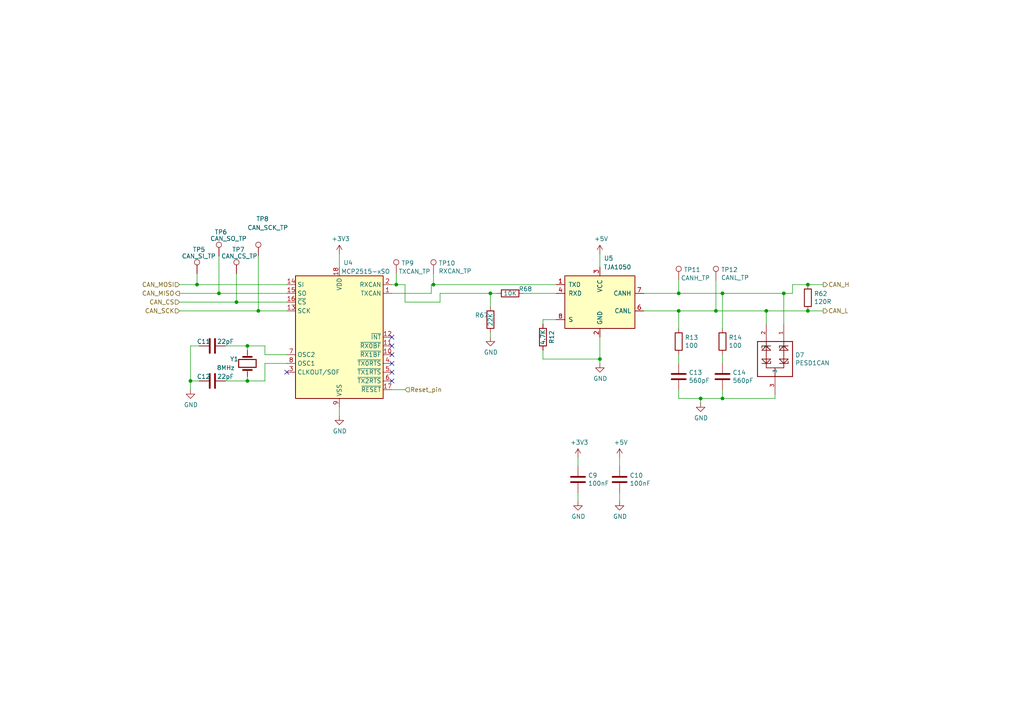
<source format=kicad_sch>
(kicad_sch
	(version 20231120)
	(generator "eeschema")
	(generator_version "8.0")
	(uuid "944bb485-48e5-4493-960b-e764c3f2def4")
	(paper "A4")
	(title_block
		(date "2021-04-05")
		(rev "2.3.3.3")
		(company "Evoke Motorcycles")
	)
	(lib_symbols
		(symbol "ESP32-CAN-rescue:+3.3V-power"
			(power)
			(pin_names
				(offset 0)
			)
			(exclude_from_sim no)
			(in_bom yes)
			(on_board yes)
			(property "Reference" "#PWR"
				(at 0 -3.81 0)
				(effects
					(font
						(size 1.27 1.27)
					)
					(hide yes)
				)
			)
			(property "Value" "+3.3V-power"
				(at 0 3.556 0)
				(effects
					(font
						(size 1.27 1.27)
					)
				)
			)
			(property "Footprint" ""
				(at 0 0 0)
				(effects
					(font
						(size 1.27 1.27)
					)
					(hide yes)
				)
			)
			(property "Datasheet" ""
				(at 0 0 0)
				(effects
					(font
						(size 1.27 1.27)
					)
					(hide yes)
				)
			)
			(property "Description" ""
				(at 0 0 0)
				(effects
					(font
						(size 1.27 1.27)
					)
					(hide yes)
				)
			)
			(symbol "+3.3V-power_0_1"
				(polyline
					(pts
						(xy -0.762 1.27) (xy 0 2.54)
					)
					(stroke
						(width 0)
						(type solid)
					)
					(fill
						(type none)
					)
				)
				(polyline
					(pts
						(xy 0 0) (xy 0 2.54)
					)
					(stroke
						(width 0)
						(type solid)
					)
					(fill
						(type none)
					)
				)
				(polyline
					(pts
						(xy 0 2.54) (xy 0.762 1.27)
					)
					(stroke
						(width 0)
						(type solid)
					)
					(fill
						(type none)
					)
				)
			)
			(symbol "+3.3V-power_1_1"
				(pin power_in line
					(at 0 0 90)
					(length 0) hide
					(name "+3V3"
						(effects
							(font
								(size 1.27 1.27)
							)
						)
					)
					(number "1"
						(effects
							(font
								(size 1.27 1.27)
							)
						)
					)
				)
			)
		)
		(symbol "ESP32-CAN-rescue:+5V-power"
			(power)
			(pin_names
				(offset 0)
			)
			(exclude_from_sim no)
			(in_bom yes)
			(on_board yes)
			(property "Reference" "#PWR"
				(at 0 -3.81 0)
				(effects
					(font
						(size 1.27 1.27)
					)
					(hide yes)
				)
			)
			(property "Value" "+5V-power"
				(at 0 3.556 0)
				(effects
					(font
						(size 1.27 1.27)
					)
				)
			)
			(property "Footprint" ""
				(at 0 0 0)
				(effects
					(font
						(size 1.27 1.27)
					)
					(hide yes)
				)
			)
			(property "Datasheet" ""
				(at 0 0 0)
				(effects
					(font
						(size 1.27 1.27)
					)
					(hide yes)
				)
			)
			(property "Description" ""
				(at 0 0 0)
				(effects
					(font
						(size 1.27 1.27)
					)
					(hide yes)
				)
			)
			(symbol "+5V-power_0_1"
				(polyline
					(pts
						(xy -0.762 1.27) (xy 0 2.54)
					)
					(stroke
						(width 0)
						(type solid)
					)
					(fill
						(type none)
					)
				)
				(polyline
					(pts
						(xy 0 0) (xy 0 2.54)
					)
					(stroke
						(width 0)
						(type solid)
					)
					(fill
						(type none)
					)
				)
				(polyline
					(pts
						(xy 0 2.54) (xy 0.762 1.27)
					)
					(stroke
						(width 0)
						(type solid)
					)
					(fill
						(type none)
					)
				)
			)
			(symbol "+5V-power_1_1"
				(pin power_in line
					(at 0 0 90)
					(length 0) hide
					(name "+5V"
						(effects
							(font
								(size 1.27 1.27)
							)
						)
					)
					(number "1"
						(effects
							(font
								(size 1.27 1.27)
							)
						)
					)
				)
			)
		)
		(symbol "ESP32-CAN-rescue:C-Device"
			(pin_numbers hide)
			(pin_names
				(offset 0.254)
			)
			(exclude_from_sim no)
			(in_bom yes)
			(on_board yes)
			(property "Reference" "C"
				(at 0.635 2.54 0)
				(effects
					(font
						(size 1.27 1.27)
					)
					(justify left)
				)
			)
			(property "Value" "C-Device"
				(at 0.635 -2.54 0)
				(effects
					(font
						(size 1.27 1.27)
					)
					(justify left)
				)
			)
			(property "Footprint" ""
				(at 0.9652 -3.81 0)
				(effects
					(font
						(size 1.27 1.27)
					)
					(hide yes)
				)
			)
			(property "Datasheet" ""
				(at 0 0 0)
				(effects
					(font
						(size 1.27 1.27)
					)
					(hide yes)
				)
			)
			(property "Description" ""
				(at 0 0 0)
				(effects
					(font
						(size 1.27 1.27)
					)
					(hide yes)
				)
			)
			(property "ki_fp_filters" "C_*"
				(at 0 0 0)
				(effects
					(font
						(size 1.27 1.27)
					)
					(hide yes)
				)
			)
			(symbol "C-Device_0_1"
				(polyline
					(pts
						(xy -2.032 -0.762) (xy 2.032 -0.762)
					)
					(stroke
						(width 0.508)
						(type solid)
					)
					(fill
						(type none)
					)
				)
				(polyline
					(pts
						(xy -2.032 0.762) (xy 2.032 0.762)
					)
					(stroke
						(width 0.508)
						(type solid)
					)
					(fill
						(type none)
					)
				)
			)
			(symbol "C-Device_1_1"
				(pin passive line
					(at 0 3.81 270)
					(length 2.794)
					(name "~"
						(effects
							(font
								(size 1.27 1.27)
							)
						)
					)
					(number "1"
						(effects
							(font
								(size 1.27 1.27)
							)
						)
					)
				)
				(pin passive line
					(at 0 -3.81 90)
					(length 2.794)
					(name "~"
						(effects
							(font
								(size 1.27 1.27)
							)
						)
					)
					(number "2"
						(effects
							(font
								(size 1.27 1.27)
							)
						)
					)
				)
			)
		)
		(symbol "ESP32-CAN-rescue:Crystal-Device"
			(pin_numbers hide)
			(pin_names
				(offset 1.016) hide)
			(exclude_from_sim no)
			(in_bom yes)
			(on_board yes)
			(property "Reference" "Y"
				(at 0 3.81 0)
				(effects
					(font
						(size 1.27 1.27)
					)
				)
			)
			(property "Value" "Crystal-Device"
				(at 0 -3.81 0)
				(effects
					(font
						(size 1.27 1.27)
					)
				)
			)
			(property "Footprint" ""
				(at 0 0 0)
				(effects
					(font
						(size 1.27 1.27)
					)
					(hide yes)
				)
			)
			(property "Datasheet" ""
				(at 0 0 0)
				(effects
					(font
						(size 1.27 1.27)
					)
					(hide yes)
				)
			)
			(property "Description" ""
				(at 0 0 0)
				(effects
					(font
						(size 1.27 1.27)
					)
					(hide yes)
				)
			)
			(property "ki_fp_filters" "Crystal*"
				(at 0 0 0)
				(effects
					(font
						(size 1.27 1.27)
					)
					(hide yes)
				)
			)
			(symbol "Crystal-Device_0_1"
				(rectangle
					(start -1.143 2.54)
					(end 1.143 -2.54)
					(stroke
						(width 0.3048)
						(type solid)
					)
					(fill
						(type none)
					)
				)
				(polyline
					(pts
						(xy -2.54 0) (xy -1.905 0)
					)
					(stroke
						(width 0)
						(type solid)
					)
					(fill
						(type none)
					)
				)
				(polyline
					(pts
						(xy -1.905 -1.27) (xy -1.905 1.27)
					)
					(stroke
						(width 0.508)
						(type solid)
					)
					(fill
						(type none)
					)
				)
				(polyline
					(pts
						(xy 1.905 -1.27) (xy 1.905 1.27)
					)
					(stroke
						(width 0.508)
						(type solid)
					)
					(fill
						(type none)
					)
				)
				(polyline
					(pts
						(xy 2.54 0) (xy 1.905 0)
					)
					(stroke
						(width 0)
						(type solid)
					)
					(fill
						(type none)
					)
				)
			)
			(symbol "Crystal-Device_1_1"
				(pin passive line
					(at -3.81 0 0)
					(length 1.27)
					(name "1"
						(effects
							(font
								(size 1.27 1.27)
							)
						)
					)
					(number "1"
						(effects
							(font
								(size 1.27 1.27)
							)
						)
					)
				)
				(pin passive line
					(at 3.81 0 180)
					(length 1.27)
					(name "2"
						(effects
							(font
								(size 1.27 1.27)
							)
						)
					)
					(number "2"
						(effects
							(font
								(size 1.27 1.27)
							)
						)
					)
				)
			)
		)
		(symbol "ESP32-CAN-rescue:GND-power"
			(power)
			(pin_names
				(offset 0)
			)
			(exclude_from_sim no)
			(in_bom yes)
			(on_board yes)
			(property "Reference" "#PWR"
				(at 0 -6.35 0)
				(effects
					(font
						(size 1.27 1.27)
					)
					(hide yes)
				)
			)
			(property "Value" "GND-power"
				(at 0 -3.81 0)
				(effects
					(font
						(size 1.27 1.27)
					)
				)
			)
			(property "Footprint" ""
				(at 0 0 0)
				(effects
					(font
						(size 1.27 1.27)
					)
					(hide yes)
				)
			)
			(property "Datasheet" ""
				(at 0 0 0)
				(effects
					(font
						(size 1.27 1.27)
					)
					(hide yes)
				)
			)
			(property "Description" ""
				(at 0 0 0)
				(effects
					(font
						(size 1.27 1.27)
					)
					(hide yes)
				)
			)
			(symbol "GND-power_0_1"
				(polyline
					(pts
						(xy 0 0) (xy 0 -1.27) (xy 1.27 -1.27) (xy 0 -2.54) (xy -1.27 -1.27) (xy 0 -1.27)
					)
					(stroke
						(width 0)
						(type solid)
					)
					(fill
						(type none)
					)
				)
			)
			(symbol "GND-power_1_1"
				(pin power_in line
					(at 0 0 270)
					(length 0) hide
					(name "GND"
						(effects
							(font
								(size 1.27 1.27)
							)
						)
					)
					(number "1"
						(effects
							(font
								(size 1.27 1.27)
							)
						)
					)
				)
			)
		)
		(symbol "ESP32-CAN-rescue:MCP2515-xSO-Interface_CAN_LIN"
			(exclude_from_sim no)
			(in_bom yes)
			(on_board yes)
			(property "Reference" "U"
				(at -10.16 19.685 0)
				(effects
					(font
						(size 1.27 1.27)
					)
					(justify right)
				)
			)
			(property "Value" "MCP2515-xSO-Interface_CAN_LIN"
				(at 19.05 20.32 0)
				(effects
					(font
						(size 1.27 1.27)
					)
					(justify right top)
				)
			)
			(property "Footprint" "Package_SO:SOIC-18W_7.5x11.6mm_P1.27mm"
				(at 0 -22.86 0)
				(effects
					(font
						(size 1.27 1.27)
						(italic yes)
					)
					(hide yes)
				)
			)
			(property "Datasheet" ""
				(at 2.54 -20.32 0)
				(effects
					(font
						(size 1.27 1.27)
					)
					(hide yes)
				)
			)
			(property "Description" ""
				(at 0 0 0)
				(effects
					(font
						(size 1.27 1.27)
					)
					(hide yes)
				)
			)
			(property "ki_fp_filters" "SOIC*7.5x11.6mm*P1.27mm*"
				(at 0 0 0)
				(effects
					(font
						(size 1.27 1.27)
					)
					(hide yes)
				)
			)
			(symbol "MCP2515-xSO-Interface_CAN_LIN_0_1"
				(rectangle
					(start -12.7 17.78)
					(end 12.7 -17.78)
					(stroke
						(width 0.254)
						(type solid)
					)
					(fill
						(type background)
					)
				)
			)
			(symbol "MCP2515-xSO-Interface_CAN_LIN_1_1"
				(pin output line
					(at 15.24 12.7 180)
					(length 2.54)
					(name "TXCAN"
						(effects
							(font
								(size 1.27 1.27)
							)
						)
					)
					(number "1"
						(effects
							(font
								(size 1.27 1.27)
							)
						)
					)
				)
				(pin output line
					(at 15.24 -5.08 180)
					(length 2.54)
					(name "~{RX1BF}"
						(effects
							(font
								(size 1.27 1.27)
							)
						)
					)
					(number "10"
						(effects
							(font
								(size 1.27 1.27)
							)
						)
					)
				)
				(pin output line
					(at 15.24 -2.54 180)
					(length 2.54)
					(name "~{RX0BF}"
						(effects
							(font
								(size 1.27 1.27)
							)
						)
					)
					(number "11"
						(effects
							(font
								(size 1.27 1.27)
							)
						)
					)
				)
				(pin output line
					(at 15.24 0 180)
					(length 2.54)
					(name "~{INT}"
						(effects
							(font
								(size 1.27 1.27)
							)
						)
					)
					(number "12"
						(effects
							(font
								(size 1.27 1.27)
							)
						)
					)
				)
				(pin input line
					(at -15.24 7.62 0)
					(length 2.54)
					(name "SCK"
						(effects
							(font
								(size 1.27 1.27)
							)
						)
					)
					(number "13"
						(effects
							(font
								(size 1.27 1.27)
							)
						)
					)
				)
				(pin input line
					(at -15.24 15.24 0)
					(length 2.54)
					(name "SI"
						(effects
							(font
								(size 1.27 1.27)
							)
						)
					)
					(number "14"
						(effects
							(font
								(size 1.27 1.27)
							)
						)
					)
				)
				(pin output line
					(at -15.24 12.7 0)
					(length 2.54)
					(name "SO"
						(effects
							(font
								(size 1.27 1.27)
							)
						)
					)
					(number "15"
						(effects
							(font
								(size 1.27 1.27)
							)
						)
					)
				)
				(pin input line
					(at -15.24 10.16 0)
					(length 2.54)
					(name "~{CS}"
						(effects
							(font
								(size 1.27 1.27)
							)
						)
					)
					(number "16"
						(effects
							(font
								(size 1.27 1.27)
							)
						)
					)
				)
				(pin input line
					(at 15.24 -15.24 180)
					(length 2.54)
					(name "~{RESET}"
						(effects
							(font
								(size 1.27 1.27)
							)
						)
					)
					(number "17"
						(effects
							(font
								(size 1.27 1.27)
							)
						)
					)
				)
				(pin power_in line
					(at 0 20.32 270)
					(length 2.54)
					(name "VDD"
						(effects
							(font
								(size 1.27 1.27)
							)
						)
					)
					(number "18"
						(effects
							(font
								(size 1.27 1.27)
							)
						)
					)
				)
				(pin input line
					(at 15.24 15.24 180)
					(length 2.54)
					(name "RXCAN"
						(effects
							(font
								(size 1.27 1.27)
							)
						)
					)
					(number "2"
						(effects
							(font
								(size 1.27 1.27)
							)
						)
					)
				)
				(pin output line
					(at -15.24 -10.16 0)
					(length 2.54)
					(name "CLKOUT/SOF"
						(effects
							(font
								(size 1.27 1.27)
							)
						)
					)
					(number "3"
						(effects
							(font
								(size 1.27 1.27)
							)
						)
					)
				)
				(pin input line
					(at 15.24 -7.62 180)
					(length 2.54)
					(name "~{TX0RTS}"
						(effects
							(font
								(size 1.27 1.27)
							)
						)
					)
					(number "4"
						(effects
							(font
								(size 1.27 1.27)
							)
						)
					)
				)
				(pin input line
					(at 15.24 -10.16 180)
					(length 2.54)
					(name "~{TX1RTS}"
						(effects
							(font
								(size 1.27 1.27)
							)
						)
					)
					(number "5"
						(effects
							(font
								(size 1.27 1.27)
							)
						)
					)
				)
				(pin input line
					(at 15.24 -12.7 180)
					(length 2.54)
					(name "~{TX2RTS}"
						(effects
							(font
								(size 1.27 1.27)
							)
						)
					)
					(number "6"
						(effects
							(font
								(size 1.27 1.27)
							)
						)
					)
				)
				(pin output line
					(at -15.24 -5.08 0)
					(length 2.54)
					(name "OSC2"
						(effects
							(font
								(size 1.27 1.27)
							)
						)
					)
					(number "7"
						(effects
							(font
								(size 1.27 1.27)
							)
						)
					)
				)
				(pin input line
					(at -15.24 -7.62 0)
					(length 2.54)
					(name "OSC1"
						(effects
							(font
								(size 1.27 1.27)
							)
						)
					)
					(number "8"
						(effects
							(font
								(size 1.27 1.27)
							)
						)
					)
				)
				(pin power_in line
					(at 0 -20.32 90)
					(length 2.54)
					(name "VSS"
						(effects
							(font
								(size 1.27 1.27)
							)
						)
					)
					(number "9"
						(effects
							(font
								(size 1.27 1.27)
							)
						)
					)
				)
			)
		)
		(symbol "ESP32-CAN-rescue:R-Device"
			(pin_numbers hide)
			(pin_names
				(offset 0)
			)
			(exclude_from_sim no)
			(in_bom yes)
			(on_board yes)
			(property "Reference" "R"
				(at 2.032 0 90)
				(effects
					(font
						(size 1.27 1.27)
					)
				)
			)
			(property "Value" "R-Device"
				(at 0 0 90)
				(effects
					(font
						(size 1.27 1.27)
					)
				)
			)
			(property "Footprint" ""
				(at -1.778 0 90)
				(effects
					(font
						(size 1.27 1.27)
					)
					(hide yes)
				)
			)
			(property "Datasheet" ""
				(at 0 0 0)
				(effects
					(font
						(size 1.27 1.27)
					)
					(hide yes)
				)
			)
			(property "Description" ""
				(at 0 0 0)
				(effects
					(font
						(size 1.27 1.27)
					)
					(hide yes)
				)
			)
			(property "ki_fp_filters" "R_*"
				(at 0 0 0)
				(effects
					(font
						(size 1.27 1.27)
					)
					(hide yes)
				)
			)
			(symbol "R-Device_0_1"
				(rectangle
					(start -1.016 -2.54)
					(end 1.016 2.54)
					(stroke
						(width 0.254)
						(type solid)
					)
					(fill
						(type none)
					)
				)
			)
			(symbol "R-Device_1_1"
				(pin passive line
					(at 0 3.81 270)
					(length 1.27)
					(name "~"
						(effects
							(font
								(size 1.27 1.27)
							)
						)
					)
					(number "1"
						(effects
							(font
								(size 1.27 1.27)
							)
						)
					)
				)
				(pin passive line
					(at 0 -3.81 90)
					(length 1.27)
					(name "~"
						(effects
							(font
								(size 1.27 1.27)
							)
						)
					)
					(number "2"
						(effects
							(font
								(size 1.27 1.27)
							)
						)
					)
				)
			)
		)
		(symbol "ESP32-CAN-rescue:TJA1051T-Interface_CAN_LIN"
			(pin_names
				(offset 1.016)
			)
			(exclude_from_sim no)
			(in_bom yes)
			(on_board yes)
			(property "Reference" "U"
				(at -10.16 8.89 0)
				(effects
					(font
						(size 1.27 1.27)
					)
					(justify left)
				)
			)
			(property "Value" "TJA1051T-Interface_CAN_LIN"
				(at 1.27 8.89 0)
				(effects
					(font
						(size 1.27 1.27)
					)
					(justify left)
				)
			)
			(property "Footprint" "Package_SO:SOIC-8_3.9x4.9mm_P1.27mm"
				(at 0 -12.7 0)
				(effects
					(font
						(size 1.27 1.27)
						(italic yes)
					)
					(hide yes)
				)
			)
			(property "Datasheet" ""
				(at 0 0 0)
				(effects
					(font
						(size 1.27 1.27)
					)
					(hide yes)
				)
			)
			(property "Description" ""
				(at 0 0 0)
				(effects
					(font
						(size 1.27 1.27)
					)
					(hide yes)
				)
			)
			(property "ki_fp_filters" "SOIC*3.9x4.9mm*P1.27mm*"
				(at 0 0 0)
				(effects
					(font
						(size 1.27 1.27)
					)
					(hide yes)
				)
			)
			(symbol "TJA1051T-Interface_CAN_LIN_0_1"
				(rectangle
					(start -10.16 7.62)
					(end 10.16 -7.62)
					(stroke
						(width 0.254)
						(type solid)
					)
					(fill
						(type background)
					)
				)
			)
			(symbol "TJA1051T-Interface_CAN_LIN_1_1"
				(pin input line
					(at -12.7 5.08 0)
					(length 2.54)
					(name "TXD"
						(effects
							(font
								(size 1.27 1.27)
							)
						)
					)
					(number "1"
						(effects
							(font
								(size 1.27 1.27)
							)
						)
					)
				)
				(pin power_in line
					(at 0 -10.16 90)
					(length 2.54)
					(name "GND"
						(effects
							(font
								(size 1.27 1.27)
							)
						)
					)
					(number "2"
						(effects
							(font
								(size 1.27 1.27)
							)
						)
					)
				)
				(pin power_in line
					(at 0 10.16 270)
					(length 2.54)
					(name "VCC"
						(effects
							(font
								(size 1.27 1.27)
							)
						)
					)
					(number "3"
						(effects
							(font
								(size 1.27 1.27)
							)
						)
					)
				)
				(pin output line
					(at -12.7 2.54 0)
					(length 2.54)
					(name "RXD"
						(effects
							(font
								(size 1.27 1.27)
							)
						)
					)
					(number "4"
						(effects
							(font
								(size 1.27 1.27)
							)
						)
					)
				)
				(pin no_connect line
					(at -12.7 -2.54 0)
					(length 2.54) hide
					(name "n.c."
						(effects
							(font
								(size 1.27 1.27)
							)
						)
					)
					(number "5"
						(effects
							(font
								(size 1.27 1.27)
							)
						)
					)
				)
				(pin bidirectional line
					(at 12.7 -2.54 180)
					(length 2.54)
					(name "CANL"
						(effects
							(font
								(size 1.27 1.27)
							)
						)
					)
					(number "6"
						(effects
							(font
								(size 1.27 1.27)
							)
						)
					)
				)
				(pin bidirectional line
					(at 12.7 2.54 180)
					(length 2.54)
					(name "CANH"
						(effects
							(font
								(size 1.27 1.27)
							)
						)
					)
					(number "7"
						(effects
							(font
								(size 1.27 1.27)
							)
						)
					)
				)
				(pin input line
					(at -12.7 -5.08 0)
					(length 2.54)
					(name "S"
						(effects
							(font
								(size 1.27 1.27)
							)
						)
					)
					(number "8"
						(effects
							(font
								(size 1.27 1.27)
							)
						)
					)
				)
			)
		)
		(symbol "ESP32-CAN-rescue:TestPoint-Connector"
			(pin_numbers hide)
			(pin_names
				(offset 0.762) hide)
			(exclude_from_sim no)
			(in_bom yes)
			(on_board yes)
			(property "Reference" "TP"
				(at 0 6.858 0)
				(effects
					(font
						(size 1.27 1.27)
					)
				)
			)
			(property "Value" "TestPoint-Connector"
				(at 0 5.08 0)
				(effects
					(font
						(size 1.27 1.27)
					)
				)
			)
			(property "Footprint" ""
				(at 5.08 0 0)
				(effects
					(font
						(size 1.27 1.27)
					)
					(hide yes)
				)
			)
			(property "Datasheet" ""
				(at 5.08 0 0)
				(effects
					(font
						(size 1.27 1.27)
					)
					(hide yes)
				)
			)
			(property "Description" ""
				(at 0 0 0)
				(effects
					(font
						(size 1.27 1.27)
					)
					(hide yes)
				)
			)
			(property "ki_fp_filters" "Pin* Test*"
				(at 0 0 0)
				(effects
					(font
						(size 1.27 1.27)
					)
					(hide yes)
				)
			)
			(symbol "TestPoint-Connector_0_1"
				(circle
					(center 0 3.302)
					(radius 0.762)
					(stroke
						(width 0)
						(type solid)
					)
					(fill
						(type none)
					)
				)
			)
			(symbol "TestPoint-Connector_1_1"
				(pin passive line
					(at 0 0 90)
					(length 2.54)
					(name "1"
						(effects
							(font
								(size 1.27 1.27)
							)
						)
					)
					(number "1"
						(effects
							(font
								(size 1.27 1.27)
							)
						)
					)
				)
			)
		)
		(symbol "PESD1CAN:PESD1CAN"
			(pin_names
				(offset 1.016)
			)
			(exclude_from_sim no)
			(in_bom yes)
			(on_board yes)
			(property "Reference" "D"
				(at 0 11.43 0)
				(effects
					(font
						(size 1.27 1.27)
					)
					(justify left bottom)
				)
			)
			(property "Value" "PESD1CAN"
				(at 0 -2.54 0)
				(effects
					(font
						(size 1.27 1.27)
					)
					(justify left bottom)
				)
			)
			(property "Footprint" "SOT23-3"
				(at 0 0 0)
				(effects
					(font
						(size 1.27 1.27)
					)
					(justify left bottom)
					(hide yes)
				)
			)
			(property "Datasheet" "PESD1CAN"
				(at 0 0 0)
				(effects
					(font
						(size 1.27 1.27)
					)
					(justify left bottom)
					(hide yes)
				)
			)
			(property "Description" ""
				(at 0 0 0)
				(effects
					(font
						(size 1.27 1.27)
					)
					(hide yes)
				)
			)
			(property "Field4" "Unavailable"
				(at 0 0 0)
				(effects
					(font
						(size 1.27 1.27)
					)
					(justify left bottom)
					(hide yes)
				)
			)
			(property "Field5" "None"
				(at 0 0 0)
				(effects
					(font
						(size 1.27 1.27)
					)
					(justify left bottom)
					(hide yes)
				)
			)
			(property "Field6" "ESD Suppressor TVS 23KV 3-Pin TO-236AB"
				(at 0 0 0)
				(effects
					(font
						(size 1.27 1.27)
					)
					(justify left bottom)
					(hide yes)
				)
			)
			(property "Field7" "None"
				(at 0 0 0)
				(effects
					(font
						(size 1.27 1.27)
					)
					(justify left bottom)
					(hide yes)
				)
			)
			(property "Field8" "Nexperia USA"
				(at 0 0 0)
				(effects
					(font
						(size 1.27 1.27)
					)
					(justify left bottom)
					(hide yes)
				)
			)
			(property "ki_locked" ""
				(at 0 0 0)
				(effects
					(font
						(size 1.27 1.27)
					)
				)
			)
			(symbol "PESD1CAN_0_0"
				(polyline
					(pts
						(xy 0 0) (xy 10.16 0)
					)
					(stroke
						(width 0.254)
						(type solid)
					)
					(fill
						(type none)
					)
				)
				(polyline
					(pts
						(xy 0 2.54) (xy 0 0)
					)
					(stroke
						(width 0.254)
						(type solid)
					)
					(fill
						(type none)
					)
				)
				(polyline
					(pts
						(xy 0 2.54) (xy 1.27 2.54)
					)
					(stroke
						(width 0.2032)
						(type solid)
					)
					(fill
						(type none)
					)
				)
				(polyline
					(pts
						(xy 0 7.62) (xy 0 2.54)
					)
					(stroke
						(width 0.254)
						(type solid)
					)
					(fill
						(type none)
					)
				)
				(polyline
					(pts
						(xy 0 7.62) (xy 1.27 7.62)
					)
					(stroke
						(width 0.2032)
						(type solid)
					)
					(fill
						(type none)
					)
				)
				(polyline
					(pts
						(xy 0 10.16) (xy 0 7.62)
					)
					(stroke
						(width 0.254)
						(type solid)
					)
					(fill
						(type none)
					)
				)
				(polyline
					(pts
						(xy 1.27 1.27) (xy 1.905 1.27)
					)
					(stroke
						(width 0.2032)
						(type solid)
					)
					(fill
						(type none)
					)
				)
				(polyline
					(pts
						(xy 1.27 2.54) (xy 1.27 1.27)
					)
					(stroke
						(width 0.2032)
						(type solid)
					)
					(fill
						(type none)
					)
				)
				(polyline
					(pts
						(xy 1.27 2.54) (xy 2.54 3.81)
					)
					(stroke
						(width 0.2032)
						(type solid)
					)
					(fill
						(type none)
					)
				)
				(polyline
					(pts
						(xy 1.27 2.54) (xy 6.35 2.54)
					)
					(stroke
						(width 0.2032)
						(type solid)
					)
					(fill
						(type none)
					)
				)
				(polyline
					(pts
						(xy 1.27 3.81) (xy 1.27 2.54)
					)
					(stroke
						(width 0.2032)
						(type solid)
					)
					(fill
						(type none)
					)
				)
				(polyline
					(pts
						(xy 1.27 6.35) (xy 1.905 6.35)
					)
					(stroke
						(width 0.2032)
						(type solid)
					)
					(fill
						(type none)
					)
				)
				(polyline
					(pts
						(xy 1.27 7.62) (xy 1.27 6.35)
					)
					(stroke
						(width 0.2032)
						(type solid)
					)
					(fill
						(type none)
					)
				)
				(polyline
					(pts
						(xy 1.27 7.62) (xy 2.54 8.89)
					)
					(stroke
						(width 0.2032)
						(type solid)
					)
					(fill
						(type none)
					)
				)
				(polyline
					(pts
						(xy 1.27 7.62) (xy 6.35 7.62)
					)
					(stroke
						(width 0.2032)
						(type solid)
					)
					(fill
						(type none)
					)
				)
				(polyline
					(pts
						(xy 1.27 8.89) (xy 1.27 7.62)
					)
					(stroke
						(width 0.2032)
						(type solid)
					)
					(fill
						(type none)
					)
				)
				(polyline
					(pts
						(xy 2.54 1.27) (xy 1.27 2.54)
					)
					(stroke
						(width 0.2032)
						(type solid)
					)
					(fill
						(type none)
					)
				)
				(polyline
					(pts
						(xy 2.54 3.81) (xy 2.54 1.27)
					)
					(stroke
						(width 0.2032)
						(type solid)
					)
					(fill
						(type none)
					)
				)
				(polyline
					(pts
						(xy 2.54 6.35) (xy 1.27 7.62)
					)
					(stroke
						(width 0.2032)
						(type solid)
					)
					(fill
						(type none)
					)
				)
				(polyline
					(pts
						(xy 2.54 8.89) (xy 2.54 6.35)
					)
					(stroke
						(width 0.2032)
						(type solid)
					)
					(fill
						(type none)
					)
				)
				(polyline
					(pts
						(xy 5.08 1.27) (xy 6.35 2.54)
					)
					(stroke
						(width 0.2032)
						(type solid)
					)
					(fill
						(type none)
					)
				)
				(polyline
					(pts
						(xy 5.08 3.81) (xy 5.08 1.27)
					)
					(stroke
						(width 0.2032)
						(type solid)
					)
					(fill
						(type none)
					)
				)
				(polyline
					(pts
						(xy 5.08 6.35) (xy 6.35 7.62)
					)
					(stroke
						(width 0.2032)
						(type solid)
					)
					(fill
						(type none)
					)
				)
				(polyline
					(pts
						(xy 5.08 8.89) (xy 5.08 6.35)
					)
					(stroke
						(width 0.2032)
						(type solid)
					)
					(fill
						(type none)
					)
				)
				(polyline
					(pts
						(xy 6.35 1.27) (xy 6.35 2.54)
					)
					(stroke
						(width 0.2032)
						(type solid)
					)
					(fill
						(type none)
					)
				)
				(polyline
					(pts
						(xy 6.35 2.54) (xy 5.08 3.81)
					)
					(stroke
						(width 0.2032)
						(type solid)
					)
					(fill
						(type none)
					)
				)
				(polyline
					(pts
						(xy 6.35 2.54) (xy 6.35 3.81)
					)
					(stroke
						(width 0.2032)
						(type solid)
					)
					(fill
						(type none)
					)
				)
				(polyline
					(pts
						(xy 6.35 2.54) (xy 7.62 2.54)
					)
					(stroke
						(width 0.2032)
						(type solid)
					)
					(fill
						(type none)
					)
				)
				(polyline
					(pts
						(xy 6.35 3.81) (xy 5.715 3.81)
					)
					(stroke
						(width 0.2032)
						(type solid)
					)
					(fill
						(type none)
					)
				)
				(polyline
					(pts
						(xy 6.35 6.35) (xy 6.35 7.62)
					)
					(stroke
						(width 0.2032)
						(type solid)
					)
					(fill
						(type none)
					)
				)
				(polyline
					(pts
						(xy 6.35 7.62) (xy 5.08 8.89)
					)
					(stroke
						(width 0.2032)
						(type solid)
					)
					(fill
						(type none)
					)
				)
				(polyline
					(pts
						(xy 6.35 7.62) (xy 6.35 8.89)
					)
					(stroke
						(width 0.2032)
						(type solid)
					)
					(fill
						(type none)
					)
				)
				(polyline
					(pts
						(xy 6.35 7.62) (xy 7.62 7.62)
					)
					(stroke
						(width 0.2032)
						(type solid)
					)
					(fill
						(type none)
					)
				)
				(polyline
					(pts
						(xy 6.35 8.89) (xy 5.715 8.89)
					)
					(stroke
						(width 0.2032)
						(type solid)
					)
					(fill
						(type none)
					)
				)
				(polyline
					(pts
						(xy 7.62 5.08) (xy 7.62 2.54)
					)
					(stroke
						(width 0.2032)
						(type solid)
					)
					(fill
						(type none)
					)
				)
				(polyline
					(pts
						(xy 7.62 5.08) (xy 10.16 5.08)
					)
					(stroke
						(width 0.2032)
						(type solid)
					)
					(fill
						(type none)
					)
				)
				(polyline
					(pts
						(xy 7.62 7.62) (xy 7.62 5.08)
					)
					(stroke
						(width 0.2032)
						(type solid)
					)
					(fill
						(type none)
					)
				)
				(polyline
					(pts
						(xy 10.16 0) (xy 10.16 10.16)
					)
					(stroke
						(width 0.254)
						(type solid)
					)
					(fill
						(type none)
					)
				)
				(polyline
					(pts
						(xy 10.16 10.16) (xy 0 10.16)
					)
					(stroke
						(width 0.254)
						(type solid)
					)
					(fill
						(type none)
					)
				)
				(pin bidirectional line
					(at -5.08 7.62 0)
					(length 5.08)
					(name "1"
						(effects
							(font
								(size 1.016 1.016)
							)
						)
					)
					(number "1"
						(effects
							(font
								(size 1.016 1.016)
							)
						)
					)
				)
				(pin bidirectional line
					(at -5.08 2.54 0)
					(length 5.08)
					(name "2"
						(effects
							(font
								(size 1.016 1.016)
							)
						)
					)
					(number "2"
						(effects
							(font
								(size 1.016 1.016)
							)
						)
					)
				)
				(pin passive line
					(at 15.24 5.08 180)
					(length 5.08)
					(name "3"
						(effects
							(font
								(size 1.016 1.016)
							)
						)
					)
					(number "3"
						(effects
							(font
								(size 1.016 1.016)
							)
						)
					)
				)
			)
		)
		(symbol "PESD1CAN_1"
			(pin_names
				(offset 1.016)
			)
			(exclude_from_sim no)
			(in_bom yes)
			(on_board yes)
			(property "Reference" "D"
				(at 0 11.43 0)
				(effects
					(font
						(size 1.27 1.27)
					)
					(justify left bottom)
				)
			)
			(property "Value" "PESD1CAN"
				(at 0 -2.54 0)
				(effects
					(font
						(size 1.27 1.27)
					)
					(justify left bottom)
				)
			)
			(property "Footprint" "SOT23-3"
				(at 0 0 0)
				(effects
					(font
						(size 1.27 1.27)
					)
					(justify left bottom)
					(hide yes)
				)
			)
			(property "Datasheet" "PESD1CAN"
				(at 0 0 0)
				(effects
					(font
						(size 1.27 1.27)
					)
					(justify left bottom)
					(hide yes)
				)
			)
			(property "Description" ""
				(at 0 0 0)
				(effects
					(font
						(size 1.27 1.27)
					)
					(hide yes)
				)
			)
			(property "Field4" "Unavailable"
				(at 0 0 0)
				(effects
					(font
						(size 1.27 1.27)
					)
					(justify left bottom)
					(hide yes)
				)
			)
			(property "Field5" "None"
				(at 0 0 0)
				(effects
					(font
						(size 1.27 1.27)
					)
					(justify left bottom)
					(hide yes)
				)
			)
			(property "Field6" "ESD Suppressor TVS 23KV 3-Pin TO-236AB"
				(at 0 0 0)
				(effects
					(font
						(size 1.27 1.27)
					)
					(justify left bottom)
					(hide yes)
				)
			)
			(property "Field7" "None"
				(at 0 0 0)
				(effects
					(font
						(size 1.27 1.27)
					)
					(justify left bottom)
					(hide yes)
				)
			)
			(property "Field8" "Nexperia USA"
				(at 0 0 0)
				(effects
					(font
						(size 1.27 1.27)
					)
					(justify left bottom)
					(hide yes)
				)
			)
			(property "ki_locked" ""
				(at 0 0 0)
				(effects
					(font
						(size 1.27 1.27)
					)
				)
			)
			(symbol "PESD1CAN_1_0_0"
				(polyline
					(pts
						(xy 0 0) (xy 10.16 0)
					)
					(stroke
						(width 0.254)
						(type solid)
					)
					(fill
						(type none)
					)
				)
				(polyline
					(pts
						(xy 0 2.54) (xy 0 0)
					)
					(stroke
						(width 0.254)
						(type solid)
					)
					(fill
						(type none)
					)
				)
				(polyline
					(pts
						(xy 0 2.54) (xy 1.27 2.54)
					)
					(stroke
						(width 0.2032)
						(type solid)
					)
					(fill
						(type none)
					)
				)
				(polyline
					(pts
						(xy 0 7.62) (xy 0 2.54)
					)
					(stroke
						(width 0.254)
						(type solid)
					)
					(fill
						(type none)
					)
				)
				(polyline
					(pts
						(xy 0 7.62) (xy 1.27 7.62)
					)
					(stroke
						(width 0.2032)
						(type solid)
					)
					(fill
						(type none)
					)
				)
				(polyline
					(pts
						(xy 0 10.16) (xy 0 7.62)
					)
					(stroke
						(width 0.254)
						(type solid)
					)
					(fill
						(type none)
					)
				)
				(polyline
					(pts
						(xy 1.27 1.27) (xy 1.905 1.27)
					)
					(stroke
						(width 0.2032)
						(type solid)
					)
					(fill
						(type none)
					)
				)
				(polyline
					(pts
						(xy 1.27 2.54) (xy 1.27 1.27)
					)
					(stroke
						(width 0.2032)
						(type solid)
					)
					(fill
						(type none)
					)
				)
				(polyline
					(pts
						(xy 1.27 2.54) (xy 2.54 3.81)
					)
					(stroke
						(width 0.2032)
						(type solid)
					)
					(fill
						(type none)
					)
				)
				(polyline
					(pts
						(xy 1.27 2.54) (xy 6.35 2.54)
					)
					(stroke
						(width 0.2032)
						(type solid)
					)
					(fill
						(type none)
					)
				)
				(polyline
					(pts
						(xy 1.27 3.81) (xy 1.27 2.54)
					)
					(stroke
						(width 0.2032)
						(type solid)
					)
					(fill
						(type none)
					)
				)
				(polyline
					(pts
						(xy 1.27 6.35) (xy 1.905 6.35)
					)
					(stroke
						(width 0.2032)
						(type solid)
					)
					(fill
						(type none)
					)
				)
				(polyline
					(pts
						(xy 1.27 7.62) (xy 1.27 6.35)
					)
					(stroke
						(width 0.2032)
						(type solid)
					)
					(fill
						(type none)
					)
				)
				(polyline
					(pts
						(xy 1.27 7.62) (xy 2.54 8.89)
					)
					(stroke
						(width 0.2032)
						(type solid)
					)
					(fill
						(type none)
					)
				)
				(polyline
					(pts
						(xy 1.27 7.62) (xy 6.35 7.62)
					)
					(stroke
						(width 0.2032)
						(type solid)
					)
					(fill
						(type none)
					)
				)
				(polyline
					(pts
						(xy 1.27 8.89) (xy 1.27 7.62)
					)
					(stroke
						(width 0.2032)
						(type solid)
					)
					(fill
						(type none)
					)
				)
				(polyline
					(pts
						(xy 2.54 1.27) (xy 1.27 2.54)
					)
					(stroke
						(width 0.2032)
						(type solid)
					)
					(fill
						(type none)
					)
				)
				(polyline
					(pts
						(xy 2.54 3.81) (xy 2.54 1.27)
					)
					(stroke
						(width 0.2032)
						(type solid)
					)
					(fill
						(type none)
					)
				)
				(polyline
					(pts
						(xy 2.54 6.35) (xy 1.27 7.62)
					)
					(stroke
						(width 0.2032)
						(type solid)
					)
					(fill
						(type none)
					)
				)
				(polyline
					(pts
						(xy 2.54 8.89) (xy 2.54 6.35)
					)
					(stroke
						(width 0.2032)
						(type solid)
					)
					(fill
						(type none)
					)
				)
				(polyline
					(pts
						(xy 5.08 1.27) (xy 6.35 2.54)
					)
					(stroke
						(width 0.2032)
						(type solid)
					)
					(fill
						(type none)
					)
				)
				(polyline
					(pts
						(xy 5.08 3.81) (xy 5.08 1.27)
					)
					(stroke
						(width 0.2032)
						(type solid)
					)
					(fill
						(type none)
					)
				)
				(polyline
					(pts
						(xy 5.08 6.35) (xy 6.35 7.62)
					)
					(stroke
						(width 0.2032)
						(type solid)
					)
					(fill
						(type none)
					)
				)
				(polyline
					(pts
						(xy 5.08 8.89) (xy 5.08 6.35)
					)
					(stroke
						(width 0.2032)
						(type solid)
					)
					(fill
						(type none)
					)
				)
				(polyline
					(pts
						(xy 6.35 1.27) (xy 6.35 2.54)
					)
					(stroke
						(width 0.2032)
						(type solid)
					)
					(fill
						(type none)
					)
				)
				(polyline
					(pts
						(xy 6.35 2.54) (xy 5.08 3.81)
					)
					(stroke
						(width 0.2032)
						(type solid)
					)
					(fill
						(type none)
					)
				)
				(polyline
					(pts
						(xy 6.35 2.54) (xy 6.35 3.81)
					)
					(stroke
						(width 0.2032)
						(type solid)
					)
					(fill
						(type none)
					)
				)
				(polyline
					(pts
						(xy 6.35 2.54) (xy 7.62 2.54)
					)
					(stroke
						(width 0.2032)
						(type solid)
					)
					(fill
						(type none)
					)
				)
				(polyline
					(pts
						(xy 6.35 3.81) (xy 5.715 3.81)
					)
					(stroke
						(width 0.2032)
						(type solid)
					)
					(fill
						(type none)
					)
				)
				(polyline
					(pts
						(xy 6.35 6.35) (xy 6.35 7.62)
					)
					(stroke
						(width 0.2032)
						(type solid)
					)
					(fill
						(type none)
					)
				)
				(polyline
					(pts
						(xy 6.35 7.62) (xy 5.08 8.89)
					)
					(stroke
						(width 0.2032)
						(type solid)
					)
					(fill
						(type none)
					)
				)
				(polyline
					(pts
						(xy 6.35 7.62) (xy 6.35 8.89)
					)
					(stroke
						(width 0.2032)
						(type solid)
					)
					(fill
						(type none)
					)
				)
				(polyline
					(pts
						(xy 6.35 7.62) (xy 7.62 7.62)
					)
					(stroke
						(width 0.2032)
						(type solid)
					)
					(fill
						(type none)
					)
				)
				(polyline
					(pts
						(xy 6.35 8.89) (xy 5.715 8.89)
					)
					(stroke
						(width 0.2032)
						(type solid)
					)
					(fill
						(type none)
					)
				)
				(polyline
					(pts
						(xy 7.62 5.08) (xy 7.62 2.54)
					)
					(stroke
						(width 0.2032)
						(type solid)
					)
					(fill
						(type none)
					)
				)
				(polyline
					(pts
						(xy 7.62 5.08) (xy 10.16 5.08)
					)
					(stroke
						(width 0.2032)
						(type solid)
					)
					(fill
						(type none)
					)
				)
				(polyline
					(pts
						(xy 7.62 7.62) (xy 7.62 5.08)
					)
					(stroke
						(width 0.2032)
						(type solid)
					)
					(fill
						(type none)
					)
				)
				(polyline
					(pts
						(xy 10.16 0) (xy 10.16 10.16)
					)
					(stroke
						(width 0.254)
						(type solid)
					)
					(fill
						(type none)
					)
				)
				(polyline
					(pts
						(xy 10.16 10.16) (xy 0 10.16)
					)
					(stroke
						(width 0.254)
						(type solid)
					)
					(fill
						(type none)
					)
				)
				(pin bidirectional line
					(at -5.08 7.62 0)
					(length 5.08)
					(name "1"
						(effects
							(font
								(size 1.016 1.016)
							)
						)
					)
					(number "1"
						(effects
							(font
								(size 1.016 1.016)
							)
						)
					)
				)
				(pin bidirectional line
					(at -5.08 2.54 0)
					(length 5.08)
					(name "2"
						(effects
							(font
								(size 1.016 1.016)
							)
						)
					)
					(number "2"
						(effects
							(font
								(size 1.016 1.016)
							)
						)
					)
				)
				(pin passive line
					(at 15.24 5.08 180)
					(length 5.08)
					(name "3"
						(effects
							(font
								(size 1.016 1.016)
							)
						)
					)
					(number "3"
						(effects
							(font
								(size 1.016 1.016)
							)
						)
					)
				)
			)
		)
	)
	(junction
		(at 209.55 85.09)
		(diameter 0)
		(color 0 0 0 0)
		(uuid "121ebd72-5d9c-4342-b2ba-2f3f3d00734e")
	)
	(junction
		(at 209.55 115.57)
		(diameter 0)
		(color 0 0 0 0)
		(uuid "18a393dc-a520-4c67-b5f9-acfe42e3432e")
	)
	(junction
		(at 114.935 82.55)
		(diameter 0)
		(color 0 0 0 0)
		(uuid "1d8f5095-9e19-435e-8a95-1e3345701328")
	)
	(junction
		(at 57.15 82.55)
		(diameter 0)
		(color 0 0 0 0)
		(uuid "2b92f09c-138a-4bad-bbed-fed702efc33e")
	)
	(junction
		(at 207.645 90.17)
		(diameter 0)
		(color 0 0 0 0)
		(uuid "2cf4bdc4-b56a-4ba2-a0d5-3a46fd4ec7e0")
	)
	(junction
		(at 74.93 90.17)
		(diameter 0)
		(color 0 0 0 0)
		(uuid "31656a81-4515-41d1-970a-7445a7ba3735")
	)
	(junction
		(at 227.33 85.09)
		(diameter 0)
		(color 0 0 0 0)
		(uuid "61a8a8b7-f23f-44bd-aecc-c227fdc41999")
	)
	(junction
		(at 142.24 85.09)
		(diameter 0)
		(color 0 0 0 0)
		(uuid "73f675db-2afb-40d2-8a83-6e9ad068f368")
	)
	(junction
		(at 234.315 82.55)
		(diameter 0)
		(color 0 0 0 0)
		(uuid "7eb1f193-6f1b-4dd4-91e2-161a6ccae331")
	)
	(junction
		(at 196.85 90.17)
		(diameter 0)
		(color 0 0 0 0)
		(uuid "8d27e53b-21ab-45ea-b6d3-f4361005c7f0")
	)
	(junction
		(at 173.99 104.14)
		(diameter 0)
		(color 0 0 0 0)
		(uuid "971d1b6e-7653-450a-929b-4b736e727097")
	)
	(junction
		(at 222.25 90.17)
		(diameter 0)
		(color 0 0 0 0)
		(uuid "a295d69d-9dad-47bd-83e9-0e0ecb2eee87")
	)
	(junction
		(at 71.755 100.33)
		(diameter 0)
		(color 0 0 0 0)
		(uuid "a63404bb-5b4e-4267-8446-3fa0084dcbf5")
	)
	(junction
		(at 71.755 110.49)
		(diameter 0)
		(color 0 0 0 0)
		(uuid "b05ddaae-da6e-434d-afd5-b4ff39954d6a")
	)
	(junction
		(at 234.315 90.17)
		(diameter 0)
		(color 0 0 0 0)
		(uuid "ba79df7b-421b-4104-89b4-3823b052f13b")
	)
	(junction
		(at 68.58 87.63)
		(diameter 0)
		(color 0 0 0 0)
		(uuid "bd17f8fa-a515-4040-8190-8475ffa1f407")
	)
	(junction
		(at 203.2 115.57)
		(diameter 0)
		(color 0 0 0 0)
		(uuid "c7910505-e663-45dc-815a-b72dcfd9c989")
	)
	(junction
		(at 125.73 82.55)
		(diameter 0)
		(color 0 0 0 0)
		(uuid "d343c1ce-6980-427b-b633-72c023ee995b")
	)
	(junction
		(at 55.245 110.49)
		(diameter 0)
		(color 0 0 0 0)
		(uuid "f365ebf3-daf7-430b-90d5-3028d5264e47")
	)
	(junction
		(at 196.85 85.09)
		(diameter 0)
		(color 0 0 0 0)
		(uuid "f558fa20-3295-4414-86c1-5624c303bc98")
	)
	(junction
		(at 63.5 85.09)
		(diameter 0)
		(color 0 0 0 0)
		(uuid "f56361a3-bfe3-4fc4-a519-b79229501ca5")
	)
	(no_connect
		(at 113.665 102.87)
		(uuid "35530521-58db-4f37-b8a9-e2afb9964ec5")
	)
	(no_connect
		(at 113.665 110.49)
		(uuid "8eaee917-7bde-46a3-a698-b73d5c9df0fe")
	)
	(no_connect
		(at 83.185 107.95)
		(uuid "9aedddf5-9845-4812-ac77-0d0d65f2c664")
	)
	(no_connect
		(at 113.665 107.95)
		(uuid "a3aec0f5-3ef8-4f92-b411-44e638164408")
	)
	(no_connect
		(at 113.665 105.41)
		(uuid "e6fca106-1ac5-4f6c-a735-c5d3cb3d9502")
	)
	(no_connect
		(at 113.665 100.33)
		(uuid "f954a6d6-d064-4d4a-bb2c-35406523dc33")
	)
	(no_connect
		(at 113.665 97.79)
		(uuid "fbb7c98b-3a6b-41e5-a765-c91d1e6bf627")
	)
	(wire
		(pts
			(xy 209.55 115.57) (xy 224.79 115.57)
		)
		(stroke
			(width 0)
			(type default)
		)
		(uuid "0279df8a-5289-4f01-8666-7dcc958f2d99")
	)
	(wire
		(pts
			(xy 125.095 82.55) (xy 125.73 82.55)
		)
		(stroke
			(width 0)
			(type default)
		)
		(uuid "07efe402-f48c-49a3-81ff-dcacabe85b45")
	)
	(wire
		(pts
			(xy 222.25 93.98) (xy 222.25 90.17)
		)
		(stroke
			(width 0)
			(type default)
		)
		(uuid "09d7d56b-c987-4505-ad3d-df3511742b1f")
	)
	(wire
		(pts
			(xy 209.55 115.57) (xy 209.55 113.03)
		)
		(stroke
			(width 0)
			(type default)
		)
		(uuid "0a43872f-0617-48cc-923c-110c66b5ff46")
	)
	(wire
		(pts
			(xy 63.5 85.09) (xy 83.185 85.09)
		)
		(stroke
			(width 0)
			(type default)
		)
		(uuid "0b9a9473-38b1-4e91-8017-20e9ffb761cc")
	)
	(wire
		(pts
			(xy 227.33 85.09) (xy 229.87 85.09)
		)
		(stroke
			(width 0)
			(type default)
		)
		(uuid "13c08d9d-1641-4399-a0c1-e52acfb48a9f")
	)
	(wire
		(pts
			(xy 207.645 81.28) (xy 207.645 90.17)
		)
		(stroke
			(width 0)
			(type default)
		)
		(uuid "17ba0605-01d3-4bf2-97d2-e432aaeb6393")
	)
	(wire
		(pts
			(xy 186.69 90.17) (xy 196.85 90.17)
		)
		(stroke
			(width 0)
			(type default)
		)
		(uuid "1852f6f8-ca35-4228-8640-a8b7db0580cc")
	)
	(wire
		(pts
			(xy 196.85 102.87) (xy 196.85 105.41)
		)
		(stroke
			(width 0)
			(type default)
		)
		(uuid "1e43c35a-0a50-42eb-9012-ea7c63ee2c62")
	)
	(wire
		(pts
			(xy 55.245 110.49) (xy 55.245 113.03)
		)
		(stroke
			(width 0)
			(type default)
		)
		(uuid "2571912a-97ce-474f-b270-96bf2d76b2a9")
	)
	(wire
		(pts
			(xy 52.07 85.09) (xy 63.5 85.09)
		)
		(stroke
			(width 0)
			(type default)
		)
		(uuid "28cdab54-f5fb-4f45-839c-a0f9c303b058")
	)
	(wire
		(pts
			(xy 157.48 101.6) (xy 157.48 104.14)
		)
		(stroke
			(width 0)
			(type default)
		)
		(uuid "29c8cf68-6957-4ae5-abcd-6b1f39bbdce1")
	)
	(wire
		(pts
			(xy 127.635 85.09) (xy 142.24 85.09)
		)
		(stroke
			(width 0)
			(type default)
		)
		(uuid "29cbb6f5-cf6d-4e3d-b739-986d77330d59")
	)
	(wire
		(pts
			(xy 68.58 87.63) (xy 52.07 87.63)
		)
		(stroke
			(width 0)
			(type default)
		)
		(uuid "2e62b087-3d2d-4b1c-be0c-99e3fbff8822")
	)
	(wire
		(pts
			(xy 125.095 85.09) (xy 125.095 82.55)
		)
		(stroke
			(width 0)
			(type default)
		)
		(uuid "30c85222-c722-4b54-8490-78f0686b7b06")
	)
	(wire
		(pts
			(xy 196.85 90.17) (xy 207.645 90.17)
		)
		(stroke
			(width 0)
			(type default)
		)
		(uuid "356c251d-f979-4d14-9a3c-871bef82deda")
	)
	(wire
		(pts
			(xy 203.2 116.84) (xy 203.2 115.57)
		)
		(stroke
			(width 0)
			(type default)
		)
		(uuid "3b44aea4-6a45-4955-a95a-27b61cf875e1")
	)
	(wire
		(pts
			(xy 83.185 105.41) (xy 76.835 105.41)
		)
		(stroke
			(width 0)
			(type default)
		)
		(uuid "3bf91b44-2523-41ac-9c07-1ca309354124")
	)
	(wire
		(pts
			(xy 117.475 82.55) (xy 114.935 82.55)
		)
		(stroke
			(width 0)
			(type default)
		)
		(uuid "3cffdb91-87bf-4315-8255-4da9f6121d38")
	)
	(wire
		(pts
			(xy 234.315 90.17) (xy 222.25 90.17)
		)
		(stroke
			(width 0)
			(type default)
		)
		(uuid "3dd20462-04b4-4cf4-b078-cab7dc6acba9")
	)
	(wire
		(pts
			(xy 71.755 110.49) (xy 71.755 109.22)
		)
		(stroke
			(width 0)
			(type default)
		)
		(uuid "3ff237f9-2261-4b6b-8133-fdbe2ff4fee2")
	)
	(wire
		(pts
			(xy 229.87 82.55) (xy 234.315 82.55)
		)
		(stroke
			(width 0)
			(type default)
		)
		(uuid "40601021-15bb-473a-bb80-1e5b586ed5a3")
	)
	(wire
		(pts
			(xy 55.245 110.49) (xy 57.785 110.49)
		)
		(stroke
			(width 0)
			(type default)
		)
		(uuid "4aac6733-6fa5-4732-8675-a108d927b5f7")
	)
	(wire
		(pts
			(xy 161.29 85.09) (xy 151.765 85.09)
		)
		(stroke
			(width 0)
			(type default)
		)
		(uuid "4c1af5ff-9608-45cb-865f-61617f101705")
	)
	(wire
		(pts
			(xy 161.29 92.71) (xy 157.48 92.71)
		)
		(stroke
			(width 0)
			(type default)
		)
		(uuid "4c644324-ba40-4a80-a913-fd8f3ddce988")
	)
	(wire
		(pts
			(xy 74.93 74.295) (xy 74.93 90.17)
		)
		(stroke
			(width 0)
			(type default)
		)
		(uuid "4df69218-9baf-44b4-81b3-16c298a0c6fc")
	)
	(wire
		(pts
			(xy 71.755 100.33) (xy 65.405 100.33)
		)
		(stroke
			(width 0)
			(type default)
		)
		(uuid "4e6ebb2e-37cc-4684-baa3-b041d030e81b")
	)
	(wire
		(pts
			(xy 98.425 120.65) (xy 98.425 118.11)
		)
		(stroke
			(width 0)
			(type default)
		)
		(uuid "4ed90bc8-bb32-4d14-9ec7-4e7c50d6295a")
	)
	(wire
		(pts
			(xy 229.87 85.09) (xy 229.87 82.55)
		)
		(stroke
			(width 0)
			(type default)
		)
		(uuid "4fcd00dc-c05c-471e-89f6-643757cd76c2")
	)
	(wire
		(pts
			(xy 224.79 115.57) (xy 224.79 114.3)
		)
		(stroke
			(width 0)
			(type default)
		)
		(uuid "52cc1116-6a63-41cb-947b-9e7aab678548")
	)
	(wire
		(pts
			(xy 207.645 90.17) (xy 222.25 90.17)
		)
		(stroke
			(width 0)
			(type default)
		)
		(uuid "646f59ff-6178-4a90-b287-96dbc6dd8e2e")
	)
	(wire
		(pts
			(xy 125.73 79.375) (xy 125.73 82.55)
		)
		(stroke
			(width 0)
			(type default)
		)
		(uuid "6edf9484-4f33-457d-84d0-b171e4e00425")
	)
	(wire
		(pts
			(xy 238.76 82.55) (xy 234.315 82.55)
		)
		(stroke
			(width 0)
			(type default)
		)
		(uuid "72b1045f-0e8c-4f44-aa66-27bfb0902766")
	)
	(wire
		(pts
			(xy 83.185 82.55) (xy 57.15 82.55)
		)
		(stroke
			(width 0)
			(type default)
		)
		(uuid "76b0ba52-2ae3-4996-96c2-2810826bbae4")
	)
	(wire
		(pts
			(xy 98.425 73.66) (xy 98.425 77.47)
		)
		(stroke
			(width 0)
			(type default)
		)
		(uuid "78ba3413-2c6f-4a12-a8e8-7bf854ddd376")
	)
	(wire
		(pts
			(xy 71.755 100.33) (xy 71.755 101.6)
		)
		(stroke
			(width 0)
			(type default)
		)
		(uuid "7c67dfc2-0ee7-41eb-a828-b65c425c9e96")
	)
	(wire
		(pts
			(xy 65.405 110.49) (xy 71.755 110.49)
		)
		(stroke
			(width 0)
			(type default)
		)
		(uuid "7c87d91d-9be4-4768-9288-bcbfba1039bf")
	)
	(wire
		(pts
			(xy 238.76 90.17) (xy 234.315 90.17)
		)
		(stroke
			(width 0)
			(type default)
		)
		(uuid "80bf5dac-dec8-4f66-9b44-7518109010ae")
	)
	(wire
		(pts
			(xy 68.58 87.63) (xy 83.185 87.63)
		)
		(stroke
			(width 0)
			(type default)
		)
		(uuid "8274c30c-a12d-495c-8995-2d2c2523f150")
	)
	(wire
		(pts
			(xy 157.48 104.14) (xy 173.99 104.14)
		)
		(stroke
			(width 0)
			(type default)
		)
		(uuid "82b5f6f1-3891-48b2-b846-91ab9928d384")
	)
	(wire
		(pts
			(xy 142.24 97.79) (xy 142.24 96.52)
		)
		(stroke
			(width 0)
			(type default)
		)
		(uuid "8951c064-88b1-4d9c-859e-fccd3ed72b35")
	)
	(wire
		(pts
			(xy 125.73 82.55) (xy 161.29 82.55)
		)
		(stroke
			(width 0)
			(type default)
		)
		(uuid "8bdcb9a4-21ff-403f-918a-5f963735ee8d")
	)
	(wire
		(pts
			(xy 227.33 93.98) (xy 227.33 85.09)
		)
		(stroke
			(width 0)
			(type default)
		)
		(uuid "8cf3283b-f0af-4cbe-889f-76b304a8e208")
	)
	(wire
		(pts
			(xy 76.835 110.49) (xy 71.755 110.49)
		)
		(stroke
			(width 0)
			(type default)
		)
		(uuid "8da067cc-bea0-4a70-8fd9-9aec3bf4999d")
	)
	(wire
		(pts
			(xy 63.5 74.295) (xy 63.5 85.09)
		)
		(stroke
			(width 0)
			(type default)
		)
		(uuid "8fc733f3-ac75-4309-9aab-403067c8534a")
	)
	(wire
		(pts
			(xy 173.99 104.14) (xy 173.99 97.79)
		)
		(stroke
			(width 0)
			(type default)
		)
		(uuid "9148a395-d47b-4dad-8452-57d0649b3efe")
	)
	(wire
		(pts
			(xy 173.99 73.66) (xy 173.99 77.47)
		)
		(stroke
			(width 0)
			(type default)
		)
		(uuid "9b2382aa-7f7f-4137-9fa0-5185142bc735")
	)
	(wire
		(pts
			(xy 68.58 79.375) (xy 68.58 87.63)
		)
		(stroke
			(width 0)
			(type default)
		)
		(uuid "a15f8861-a427-4fda-8a68-9f4a4c7c7522")
	)
	(wire
		(pts
			(xy 117.475 87.63) (xy 117.475 82.55)
		)
		(stroke
			(width 0)
			(type default)
		)
		(uuid "a94f307e-405e-4bc2-8007-8e6ec99d550b")
	)
	(wire
		(pts
			(xy 167.64 132.715) (xy 167.64 135.255)
		)
		(stroke
			(width 0)
			(type default)
		)
		(uuid "af4636e4-8060-4212-9072-0c4813bdcfdb")
	)
	(wire
		(pts
			(xy 167.64 142.875) (xy 167.64 145.415)
		)
		(stroke
			(width 0)
			(type default)
		)
		(uuid "b18f26a9-5fd1-4e0e-aad1-bd60b701fb2b")
	)
	(wire
		(pts
			(xy 113.665 85.09) (xy 125.095 85.09)
		)
		(stroke
			(width 0)
			(type default)
		)
		(uuid "b66dc499-f7d2-4074-8a42-bbf0e9c2b485")
	)
	(wire
		(pts
			(xy 142.24 85.09) (xy 142.24 88.9)
		)
		(stroke
			(width 0)
			(type default)
		)
		(uuid "b78690b9-7f67-4697-a1c0-9cf2f7919d2c")
	)
	(wire
		(pts
			(xy 142.24 85.09) (xy 144.145 85.09)
		)
		(stroke
			(width 0)
			(type default)
		)
		(uuid "b991370a-58af-4c7a-a8d4-0de94a99f08d")
	)
	(wire
		(pts
			(xy 173.99 105.41) (xy 173.99 104.14)
		)
		(stroke
			(width 0)
			(type default)
		)
		(uuid "baedd769-42d7-4966-9232-0e573a26c11e")
	)
	(wire
		(pts
			(xy 55.245 100.33) (xy 55.245 110.49)
		)
		(stroke
			(width 0)
			(type default)
		)
		(uuid "bcd8ade0-c8c6-42d1-9c2d-fd3e772a5ecc")
	)
	(wire
		(pts
			(xy 57.15 79.375) (xy 57.15 82.55)
		)
		(stroke
			(width 0)
			(type default)
		)
		(uuid "be2e03e9-6f91-4886-92be-9d958159e75f")
	)
	(wire
		(pts
			(xy 157.48 92.71) (xy 157.48 93.98)
		)
		(stroke
			(width 0)
			(type default)
		)
		(uuid "c33bd1c7-17cc-4bcc-a2ad-6f436bb96f6d")
	)
	(wire
		(pts
			(xy 209.55 102.87) (xy 209.55 105.41)
		)
		(stroke
			(width 0)
			(type default)
		)
		(uuid "c45fe334-24ed-4bbc-9174-f11ad3b4908e")
	)
	(wire
		(pts
			(xy 186.69 85.09) (xy 196.85 85.09)
		)
		(stroke
			(width 0)
			(type default)
		)
		(uuid "c8eb5444-c87d-4c39-8f8c-951eb45ff625")
	)
	(wire
		(pts
			(xy 196.85 115.57) (xy 203.2 115.57)
		)
		(stroke
			(width 0)
			(type default)
		)
		(uuid "cd0c437d-0b87-4d65-a67b-6e4fd15d6dfc")
	)
	(wire
		(pts
			(xy 113.665 113.03) (xy 117.475 113.03)
		)
		(stroke
			(width 0)
			(type default)
		)
		(uuid "cfef133f-3f20-49c9-9f93-5d4a15757625")
	)
	(wire
		(pts
			(xy 57.785 100.33) (xy 55.245 100.33)
		)
		(stroke
			(width 0)
			(type default)
		)
		(uuid "d2039134-6dac-4ded-b98b-0f1b4b4245fe")
	)
	(wire
		(pts
			(xy 57.15 82.55) (xy 52.07 82.55)
		)
		(stroke
			(width 0)
			(type default)
		)
		(uuid "d31de01e-e44d-4857-95df-ae8bb2cd7907")
	)
	(wire
		(pts
			(xy 76.835 102.87) (xy 76.835 100.33)
		)
		(stroke
			(width 0)
			(type default)
		)
		(uuid "d4fc6097-98aa-4743-a2dd-f47e197e5209")
	)
	(wire
		(pts
			(xy 83.185 90.17) (xy 74.93 90.17)
		)
		(stroke
			(width 0)
			(type default)
		)
		(uuid "dad4bdb7-8afd-4920-9fd6-b421a8b519ac")
	)
	(wire
		(pts
			(xy 196.85 95.25) (xy 196.85 90.17)
		)
		(stroke
			(width 0)
			(type default)
		)
		(uuid "dbc747e7-f69d-40d6-b2ec-851c118bcc5a")
	)
	(wire
		(pts
			(xy 179.705 132.715) (xy 179.705 135.255)
		)
		(stroke
			(width 0)
			(type default)
		)
		(uuid "dbf4216e-308b-4dc1-b083-e0b9df54ec8f")
	)
	(wire
		(pts
			(xy 196.85 113.03) (xy 196.85 115.57)
		)
		(stroke
			(width 0)
			(type default)
		)
		(uuid "dedc7f4b-2f50-498d-8acd-bddd4c005050")
	)
	(wire
		(pts
			(xy 196.85 81.28) (xy 196.85 85.09)
		)
		(stroke
			(width 0)
			(type default)
		)
		(uuid "df8216c2-0fdb-4f0f-8e2b-71c5b9124800")
	)
	(wire
		(pts
			(xy 83.185 102.87) (xy 76.835 102.87)
		)
		(stroke
			(width 0)
			(type default)
		)
		(uuid "e1eea799-010d-4d3c-bffb-2b3d1bd4f2ec")
	)
	(wire
		(pts
			(xy 114.935 79.375) (xy 114.935 82.55)
		)
		(stroke
			(width 0)
			(type default)
		)
		(uuid "e435f688-bc8a-4988-8e22-4b34e9bf3f19")
	)
	(wire
		(pts
			(xy 127.635 87.63) (xy 117.475 87.63)
		)
		(stroke
			(width 0)
			(type default)
		)
		(uuid "e588ae4d-ef30-4462-a3b5-54061b88130b")
	)
	(wire
		(pts
			(xy 196.85 85.09) (xy 209.55 85.09)
		)
		(stroke
			(width 0)
			(type default)
		)
		(uuid "e6f35ca5-d0a5-46a3-8865-0caeba4dcd6f")
	)
	(wire
		(pts
			(xy 127.635 85.09) (xy 127.635 87.63)
		)
		(stroke
			(width 0)
			(type default)
		)
		(uuid "ee1d8004-c7e8-4ed2-8b69-dacdffdc4b3b")
	)
	(wire
		(pts
			(xy 76.835 105.41) (xy 76.835 110.49)
		)
		(stroke
			(width 0)
			(type default)
		)
		(uuid "f05fb951-a10a-4168-80b6-355ca98aff8c")
	)
	(wire
		(pts
			(xy 114.935 82.55) (xy 113.665 82.55)
		)
		(stroke
			(width 0)
			(type default)
		)
		(uuid "f371ecc9-ea52-4a04-a8c7-c5f8c2f35ec3")
	)
	(wire
		(pts
			(xy 76.835 100.33) (xy 71.755 100.33)
		)
		(stroke
			(width 0)
			(type default)
		)
		(uuid "f8bd580a-d60d-47b7-baea-f4ada621c08f")
	)
	(wire
		(pts
			(xy 209.55 95.25) (xy 209.55 85.09)
		)
		(stroke
			(width 0)
			(type default)
		)
		(uuid "f9e5b535-8c1c-4b8d-b49a-d4efa5a3ef16")
	)
	(wire
		(pts
			(xy 179.705 142.875) (xy 179.705 145.415)
		)
		(stroke
			(width 0)
			(type default)
		)
		(uuid "fa2cf324-4f44-4307-b80e-bebc93eee784")
	)
	(wire
		(pts
			(xy 74.93 90.17) (xy 52.07 90.17)
		)
		(stroke
			(width 0)
			(type default)
		)
		(uuid "faeb65d9-f175-4f31-86c9-e21e527b6747")
	)
	(wire
		(pts
			(xy 209.55 85.09) (xy 227.33 85.09)
		)
		(stroke
			(width 0)
			(type default)
		)
		(uuid "fd7f4301-08ce-4504-9ae5-d7478a3e0212")
	)
	(wire
		(pts
			(xy 203.2 115.57) (xy 209.55 115.57)
		)
		(stroke
			(width 0)
			(type default)
		)
		(uuid "fed4b7ff-cc9c-4cd2-958d-87c2cef1a603")
	)
	(hierarchical_label "CAN_MOSI"
		(shape input)
		(at 52.07 82.55 180)
		(fields_autoplaced yes)
		(effects
			(font
				(size 1.27 1.27)
			)
			(justify right)
		)
		(uuid "2cc1fbb1-92c8-4513-a0eb-41c1b706743f")
	)
	(hierarchical_label "CAN_CS"
		(shape input)
		(at 52.07 87.63 180)
		(fields_autoplaced yes)
		(effects
			(font
				(size 1.27 1.27)
			)
			(justify right)
		)
		(uuid "6c2b94d8-29ac-435a-ba71-3d1a94531b68")
	)
	(hierarchical_label "CAN_H"
		(shape output)
		(at 238.76 82.55 0)
		(fields_autoplaced yes)
		(effects
			(font
				(size 1.27 1.27)
			)
			(justify left)
		)
		(uuid "a5b995f2-e7d5-4084-b878-86b6ec42c50a")
	)
	(hierarchical_label "Reset_pin"
		(shape input)
		(at 117.475 113.03 0)
		(fields_autoplaced yes)
		(effects
			(font
				(size 1.27 1.27)
			)
			(justify left)
		)
		(uuid "ae58884d-eef3-4273-aaaa-d377ee62ceaf")
	)
	(hierarchical_label "CAN_L"
		(shape output)
		(at 238.76 90.17 0)
		(fields_autoplaced yes)
		(effects
			(font
				(size 1.27 1.27)
			)
			(justify left)
		)
		(uuid "e7b43f3b-49f3-47b9-a0fd-296fcd413dbd")
	)
	(hierarchical_label "CAN_MISO"
		(shape output)
		(at 52.07 85.09 180)
		(fields_autoplaced yes)
		(effects
			(font
				(size 1.27 1.27)
			)
			(justify right)
		)
		(uuid "ef6607f1-9339-43e5-9478-ffcde27605ae")
	)
	(hierarchical_label "CAN_SCK"
		(shape input)
		(at 52.07 90.17 180)
		(fields_autoplaced yes)
		(effects
			(font
				(size 1.27 1.27)
			)
			(justify right)
		)
		(uuid "fe17226b-13bf-449b-afb7-070686b7d145")
	)
	(symbol
		(lib_id "ESP32-CAN-rescue:+3.3V-power")
		(at 167.64 132.715 0)
		(unit 1)
		(exclude_from_sim no)
		(in_bom yes)
		(on_board yes)
		(dnp no)
		(uuid "00000000-0000-0000-0000-00005cf12bea")
		(property "Reference" "#PWR021"
			(at 167.64 136.525 0)
			(effects
				(font
					(size 1.27 1.27)
				)
				(hide yes)
			)
		)
		(property "Value" "+3V3"
			(at 168.021 128.3208 0)
			(effects
				(font
					(size 1.27 1.27)
				)
			)
		)
		(property "Footprint" ""
			(at 167.64 132.715 0)
			(effects
				(font
					(size 1.27 1.27)
				)
				(hide yes)
			)
		)
		(property "Datasheet" ""
			(at 167.64 132.715 0)
			(effects
				(font
					(size 1.27 1.27)
				)
				(hide yes)
			)
		)
		(property "Description" ""
			(at 167.64 132.715 0)
			(effects
				(font
					(size 1.27 1.27)
				)
				(hide yes)
			)
		)
		(pin "1"
			(uuid "a0b1c160-5952-4544-b8b7-79954b457e45")
		)
	)
	(symbol
		(lib_id "ESP32-CAN-rescue:+3.3V-power")
		(at 98.425 73.66 0)
		(unit 1)
		(exclude_from_sim no)
		(in_bom yes)
		(on_board yes)
		(dnp no)
		(uuid "00000000-0000-0000-0000-00005cf12cb2")
		(property "Reference" "#PWR024"
			(at 98.425 77.47 0)
			(effects
				(font
					(size 1.27 1.27)
				)
				(hide yes)
			)
		)
		(property "Value" "+3V3"
			(at 98.806 69.2658 0)
			(effects
				(font
					(size 1.27 1.27)
				)
			)
		)
		(property "Footprint" ""
			(at 98.425 73.66 0)
			(effects
				(font
					(size 1.27 1.27)
				)
				(hide yes)
			)
		)
		(property "Datasheet" ""
			(at 98.425 73.66 0)
			(effects
				(font
					(size 1.27 1.27)
				)
				(hide yes)
			)
		)
		(property "Description" ""
			(at 98.425 73.66 0)
			(effects
				(font
					(size 1.27 1.27)
				)
				(hide yes)
			)
		)
		(pin "1"
			(uuid "f18e8ea7-cf71-4bab-be03-e9d422947fc4")
		)
	)
	(symbol
		(lib_id "ESP32-CAN-rescue:MCP2515-xSO-Interface_CAN_LIN")
		(at 98.425 97.79 0)
		(unit 1)
		(exclude_from_sim no)
		(in_bom yes)
		(on_board yes)
		(dnp no)
		(uuid "00000000-0000-0000-0000-00005cf8a0e7")
		(property "Reference" "U4"
			(at 100.965 76.2 0)
			(effects
				(font
					(size 1.27 1.27)
				)
			)
		)
		(property "Value" "MCP2515-xSO"
			(at 106.045 78.74 0)
			(effects
				(font
					(size 1.27 1.27)
				)
			)
		)
		(property "Footprint" "Package_SO:SOIC-18W_7.5x11.6mm_P1.27mm"
			(at 98.425 120.65 0)
			(effects
				(font
					(size 1.27 1.27)
					(italic yes)
				)
				(hide yes)
			)
		)
		(property "Datasheet" "http://ww1.microchip.com/downloads/en/DeviceDoc/21801e.pdf"
			(at 100.965 118.11 0)
			(effects
				(font
					(size 1.27 1.27)
				)
				(hide yes)
			)
		)
		(property "Description" ""
			(at 98.425 97.79 0)
			(effects
				(font
					(size 1.27 1.27)
				)
				(hide yes)
			)
		)
		(pin "1"
			(uuid "b16e2b48-4f58-4915-89e4-66b96031caa8")
		)
		(pin "10"
			(uuid "0b15a28d-01bf-4936-8ecb-e05afcb052a5")
		)
		(pin "11"
			(uuid "5632861c-6ef3-40e4-b5c0-47aac37cc54a")
		)
		(pin "12"
			(uuid "ea3f446f-b6ba-4bab-a9a1-e93b4d154059")
		)
		(pin "13"
			(uuid "83e6b900-57f9-463a-ba9e-595a5bd6683e")
		)
		(pin "14"
			(uuid "10157751-8dbd-4dec-98c9-2e1d2c88b13e")
		)
		(pin "15"
			(uuid "453ce2d2-0fe8-4eea-a13b-9c77a5ba6bec")
		)
		(pin "16"
			(uuid "bf5e1569-ae71-45fd-b278-b1a634101502")
		)
		(pin "17"
			(uuid "e2c36bcb-00ed-4cae-855b-f5afe653f3d0")
		)
		(pin "18"
			(uuid "5817ccaf-e404-4692-aec7-d92bf7e1c8b9")
		)
		(pin "2"
			(uuid "b21ef8e4-663b-44e3-b75f-c610b68b9cc3")
		)
		(pin "3"
			(uuid "d7179fea-2fdf-4dd1-ad3d-2821663f6b2c")
		)
		(pin "4"
			(uuid "551f0b57-827f-48f7-ab4a-ca4d7bdd5ea0")
		)
		(pin "5"
			(uuid "15dbdef6-89d8-4ccd-a794-5d9bf300f04c")
		)
		(pin "6"
			(uuid "0961e9d7-aa8a-4a09-bcc0-304abfebfcdc")
		)
		(pin "7"
			(uuid "9e85d66c-ce61-40e5-bf20-fa1049c59082")
		)
		(pin "8"
			(uuid "ffd622c4-1e90-4c6c-b0ea-e4e01adf9f75")
		)
		(pin "9"
			(uuid "0e34e088-3400-429a-9775-063587d3dce3")
		)
		(instances
			(project "ESP32-CAN"
				(path "/5d1bbabf-4d36-4fec-acd1-6c57a2162fb3/00000000-0000-0000-0000-00005cf89e49"
					(reference "U4")
					(unit 1)
				)
			)
		)
	)
	(symbol
		(lib_id "ESP32-CAN-rescue:Crystal-Device")
		(at 71.755 105.41 270)
		(unit 1)
		(exclude_from_sim no)
		(in_bom yes)
		(on_board yes)
		(dnp no)
		(uuid "00000000-0000-0000-0000-00005cf8ab2e")
		(property "Reference" "Y1"
			(at 66.675 104.14 90)
			(effects
				(font
					(size 1.27 1.27)
				)
				(justify left)
			)
		)
		(property "Value" "8MHz"
			(at 62.865 106.68 90)
			(effects
				(font
					(size 1.27 1.27)
				)
				(justify left)
			)
		)
		(property "Footprint" "Crystal:Crystal_SMD_5032-2Pin_5.0x3.2mm"
			(at 71.755 105.41 0)
			(effects
				(font
					(size 1.27 1.27)
				)
				(hide yes)
			)
		)
		(property "Datasheet" "~"
			(at 71.755 105.41 0)
			(effects
				(font
					(size 1.27 1.27)
				)
				(hide yes)
			)
		)
		(property "Description" ""
			(at 71.755 105.41 0)
			(effects
				(font
					(size 1.27 1.27)
				)
				(hide yes)
			)
		)
		(pin "1"
			(uuid "15e7bdeb-6ead-46cd-861c-caf4e244a7a6")
		)
		(pin "2"
			(uuid "0322dc1a-a2c5-485e-8801-9f8c4c9eb5ce")
		)
		(instances
			(project "ESP32-CAN"
				(path "/5d1bbabf-4d36-4fec-acd1-6c57a2162fb3/00000000-0000-0000-0000-00005cf89e49"
					(reference "Y1")
					(unit 1)
				)
			)
		)
	)
	(symbol
		(lib_id "ESP32-CAN-rescue:GND-power")
		(at 98.425 120.65 0)
		(unit 1)
		(exclude_from_sim no)
		(in_bom yes)
		(on_board yes)
		(dnp no)
		(uuid "00000000-0000-0000-0000-00005cf8c307")
		(property "Reference" "#PWR025"
			(at 98.425 127 0)
			(effects
				(font
					(size 1.27 1.27)
				)
				(hide yes)
			)
		)
		(property "Value" "GND"
			(at 98.552 125.0442 0)
			(effects
				(font
					(size 1.27 1.27)
				)
			)
		)
		(property "Footprint" ""
			(at 98.425 120.65 0)
			(effects
				(font
					(size 1.27 1.27)
				)
				(hide yes)
			)
		)
		(property "Datasheet" ""
			(at 98.425 120.65 0)
			(effects
				(font
					(size 1.27 1.27)
				)
				(hide yes)
			)
		)
		(property "Description" ""
			(at 98.425 120.65 0)
			(effects
				(font
					(size 1.27 1.27)
				)
				(hide yes)
			)
		)
		(pin "1"
			(uuid "8180c65c-53b0-4050-9b1a-97a8a4b37ee3")
		)
	)
	(symbol
		(lib_id "ESP32-CAN-rescue:C-Device")
		(at 61.595 100.33 270)
		(unit 1)
		(exclude_from_sim no)
		(in_bom yes)
		(on_board yes)
		(dnp no)
		(uuid "00000000-0000-0000-0000-00005cf8d99e")
		(property "Reference" "C11"
			(at 59.055 99.06 90)
			(effects
				(font
					(size 1.27 1.27)
				)
			)
		)
		(property "Value" "22pF"
			(at 65.405 99.06 90)
			(effects
				(font
					(size 1.27 1.27)
				)
			)
		)
		(property "Footprint" "Capacitor_SMD:C_0603_1608Metric"
			(at 57.785 101.2952 0)
			(effects
				(font
					(size 1.27 1.27)
				)
				(hide yes)
			)
		)
		(property "Datasheet" "~"
			(at 61.595 100.33 0)
			(effects
				(font
					(size 1.27 1.27)
				)
				(hide yes)
			)
		)
		(property "Description" ""
			(at 61.595 100.33 0)
			(effects
				(font
					(size 1.27 1.27)
				)
				(hide yes)
			)
		)
		(pin "1"
			(uuid "b35cb716-dbec-4198-8401-50b4e24c5eb1")
		)
		(pin "2"
			(uuid "a6b7008d-339e-4f26-b935-20760fc5103b")
		)
		(instances
			(project "ESP32-CAN"
				(path "/5d1bbabf-4d36-4fec-acd1-6c57a2162fb3/00000000-0000-0000-0000-00005cf89e49"
					(reference "C11")
					(unit 1)
				)
			)
		)
	)
	(symbol
		(lib_id "ESP32-CAN-rescue:C-Device")
		(at 61.595 110.49 270)
		(unit 1)
		(exclude_from_sim no)
		(in_bom yes)
		(on_board yes)
		(dnp no)
		(uuid "00000000-0000-0000-0000-00005cf8e077")
		(property "Reference" "C12"
			(at 59.055 109.22 90)
			(effects
				(font
					(size 1.27 1.27)
				)
			)
		)
		(property "Value" "22pF"
			(at 65.405 109.22 90)
			(effects
				(font
					(size 1.27 1.27)
				)
			)
		)
		(property "Footprint" "Capacitor_SMD:C_0603_1608Metric"
			(at 57.785 111.4552 0)
			(effects
				(font
					(size 1.27 1.27)
				)
				(hide yes)
			)
		)
		(property "Datasheet" "~"
			(at 61.595 110.49 0)
			(effects
				(font
					(size 1.27 1.27)
				)
				(hide yes)
			)
		)
		(property "Description" ""
			(at 61.595 110.49 0)
			(effects
				(font
					(size 1.27 1.27)
				)
				(hide yes)
			)
		)
		(pin "1"
			(uuid "7ac2b747-de85-4af9-9d21-31926a476865")
		)
		(pin "2"
			(uuid "91da4e63-1a82-43d2-81f7-d221261a33e7")
		)
		(instances
			(project "ESP32-CAN"
				(path "/5d1bbabf-4d36-4fec-acd1-6c57a2162fb3/00000000-0000-0000-0000-00005cf89e49"
					(reference "C12")
					(unit 1)
				)
			)
		)
	)
	(symbol
		(lib_id "ESP32-CAN-rescue:GND-power")
		(at 55.245 113.03 0)
		(unit 1)
		(exclude_from_sim no)
		(in_bom yes)
		(on_board yes)
		(dnp no)
		(uuid "00000000-0000-0000-0000-00005cf8ee67")
		(property "Reference" "#PWR023"
			(at 55.245 119.38 0)
			(effects
				(font
					(size 1.27 1.27)
				)
				(hide yes)
			)
		)
		(property "Value" "GND"
			(at 55.372 117.4242 0)
			(effects
				(font
					(size 1.27 1.27)
				)
			)
		)
		(property "Footprint" ""
			(at 55.245 113.03 0)
			(effects
				(font
					(size 1.27 1.27)
				)
				(hide yes)
			)
		)
		(property "Datasheet" ""
			(at 55.245 113.03 0)
			(effects
				(font
					(size 1.27 1.27)
				)
				(hide yes)
			)
		)
		(property "Description" ""
			(at 55.245 113.03 0)
			(effects
				(font
					(size 1.27 1.27)
				)
				(hide yes)
			)
		)
		(pin "1"
			(uuid "aa1fd46a-1562-4ac6-ab41-178f20cf8c72")
		)
	)
	(symbol
		(lib_id "ESP32-CAN-rescue:C-Device")
		(at 179.705 139.065 0)
		(unit 1)
		(exclude_from_sim no)
		(in_bom yes)
		(on_board yes)
		(dnp no)
		(uuid "00000000-0000-0000-0000-00005cf8f02a")
		(property "Reference" "C10"
			(at 182.626 137.8966 0)
			(effects
				(font
					(size 1.27 1.27)
				)
				(justify left)
			)
		)
		(property "Value" "100nF"
			(at 182.626 140.208 0)
			(effects
				(font
					(size 1.27 1.27)
				)
				(justify left)
			)
		)
		(property "Footprint" "Capacitor_SMD:C_0603_1608Metric"
			(at 180.6702 142.875 0)
			(effects
				(font
					(size 1.27 1.27)
				)
				(hide yes)
			)
		)
		(property "Datasheet" "~"
			(at 179.705 139.065 0)
			(effects
				(font
					(size 1.27 1.27)
				)
				(hide yes)
			)
		)
		(property "Description" ""
			(at 179.705 139.065 0)
			(effects
				(font
					(size 1.27 1.27)
				)
				(hide yes)
			)
		)
		(pin "1"
			(uuid "72ac9e4d-6b9a-48fb-82cd-e9d229c77299")
		)
		(pin "2"
			(uuid "ebc76632-3317-4f7d-b7ec-b42ff7beaeb3")
		)
		(instances
			(project "ESP32-CAN"
				(path "/5d1bbabf-4d36-4fec-acd1-6c57a2162fb3/00000000-0000-0000-0000-00005cf89e49"
					(reference "C10")
					(unit 1)
				)
			)
		)
	)
	(symbol
		(lib_id "ESP32-CAN-rescue:GND-power")
		(at 167.64 145.415 0)
		(unit 1)
		(exclude_from_sim no)
		(in_bom yes)
		(on_board yes)
		(dnp no)
		(uuid "00000000-0000-0000-0000-00005cf90f02")
		(property "Reference" "#PWR022"
			(at 167.64 151.765 0)
			(effects
				(font
					(size 1.27 1.27)
				)
				(hide yes)
			)
		)
		(property "Value" "GND"
			(at 167.767 149.8092 0)
			(effects
				(font
					(size 1.27 1.27)
				)
			)
		)
		(property "Footprint" ""
			(at 167.64 145.415 0)
			(effects
				(font
					(size 1.27 1.27)
				)
				(hide yes)
			)
		)
		(property "Datasheet" ""
			(at 167.64 145.415 0)
			(effects
				(font
					(size 1.27 1.27)
				)
				(hide yes)
			)
		)
		(property "Description" ""
			(at 167.64 145.415 0)
			(effects
				(font
					(size 1.27 1.27)
				)
				(hide yes)
			)
		)
		(pin "1"
			(uuid "ec9dd355-8fe8-41d4-9a05-dc19ef59142f")
		)
	)
	(symbol
		(lib_id "ESP32-CAN-rescue:TJA1051T-Interface_CAN_LIN")
		(at 173.99 87.63 0)
		(unit 1)
		(exclude_from_sim no)
		(in_bom yes)
		(on_board yes)
		(dnp no)
		(uuid "00000000-0000-0000-0000-00005cf9155f")
		(property "Reference" "U5"
			(at 176.53 74.93 0)
			(effects
				(font
					(size 1.27 1.27)
				)
			)
		)
		(property "Value" "TJA1050"
			(at 179.07 77.47 0)
			(effects
				(font
					(size 1.27 1.27)
				)
			)
		)
		(property "Footprint" "Package_SO:SOIC-8_3.9x4.9mm_P1.27mm"
			(at 173.99 100.33 0)
			(effects
				(font
					(size 1.27 1.27)
					(italic yes)
				)
				(hide yes)
			)
		)
		(property "Datasheet" "http://www.nxp.com/documents/data_sheet/TJA1051.pdf"
			(at 173.99 87.63 0)
			(effects
				(font
					(size 1.27 1.27)
				)
				(hide yes)
			)
		)
		(property "Description" ""
			(at 173.99 87.63 0)
			(effects
				(font
					(size 1.27 1.27)
				)
				(hide yes)
			)
		)
		(pin "1"
			(uuid "2c9911e3-404e-422b-979b-3a09bd5252b4")
		)
		(pin "2"
			(uuid "30630f43-6a33-4798-98ce-b734119e780a")
		)
		(pin "3"
			(uuid "dc78b8fc-997d-44d0-afcc-a94bd52ddcaf")
		)
		(pin "4"
			(uuid "3c189767-2401-4a32-bcd8-b02093488776")
		)
		(pin "5"
			(uuid "ba7da81e-999e-4e6a-b5fb-18e63eaa81d9")
		)
		(pin "6"
			(uuid "f8458f16-1e7b-4d25-ad10-bf438f4978b6")
		)
		(pin "7"
			(uuid "cf2b2d6b-71d5-43b3-8772-b4663d961995")
		)
		(pin "8"
			(uuid "c7b54068-e1e0-4ef3-a9bf-74798f36c5de")
		)
		(instances
			(project "ESP32-CAN"
				(path "/5d1bbabf-4d36-4fec-acd1-6c57a2162fb3/00000000-0000-0000-0000-00005cf89e49"
					(reference "U5")
					(unit 1)
				)
			)
		)
	)
	(symbol
		(lib_id "ESP32-CAN-rescue:C-Device")
		(at 167.64 139.065 0)
		(unit 1)
		(exclude_from_sim no)
		(in_bom yes)
		(on_board yes)
		(dnp no)
		(uuid "00000000-0000-0000-0000-00005cf94495")
		(property "Reference" "C9"
			(at 170.561 137.8966 0)
			(effects
				(font
					(size 1.27 1.27)
				)
				(justify left)
			)
		)
		(property "Value" "100nF"
			(at 170.561 140.208 0)
			(effects
				(font
					(size 1.27 1.27)
				)
				(justify left)
			)
		)
		(property "Footprint" "Capacitor_SMD:C_0603_1608Metric"
			(at 168.6052 142.875 0)
			(effects
				(font
					(size 1.27 1.27)
				)
				(hide yes)
			)
		)
		(property "Datasheet" "~"
			(at 167.64 139.065 0)
			(effects
				(font
					(size 1.27 1.27)
				)
				(hide yes)
			)
		)
		(property "Description" ""
			(at 167.64 139.065 0)
			(effects
				(font
					(size 1.27 1.27)
				)
				(hide yes)
			)
		)
		(pin "1"
			(uuid "9442ba27-104a-4981-8b85-c3d60a597ab3")
		)
		(pin "2"
			(uuid "4fc4ce16-fc7f-46b0-85f3-6cefc4da6a39")
		)
		(instances
			(project "ESP32-CAN"
				(path "/5d1bbabf-4d36-4fec-acd1-6c57a2162fb3/00000000-0000-0000-0000-00005cf89e49"
					(reference "C9")
					(unit 1)
				)
			)
		)
	)
	(symbol
		(lib_id "ESP32-CAN-rescue:GND-power")
		(at 173.99 105.41 0)
		(unit 1)
		(exclude_from_sim no)
		(in_bom yes)
		(on_board yes)
		(dnp no)
		(uuid "00000000-0000-0000-0000-00005cf9794f")
		(property "Reference" "#PWR028"
			(at 173.99 111.76 0)
			(effects
				(font
					(size 1.27 1.27)
				)
				(hide yes)
			)
		)
		(property "Value" "GND"
			(at 174.117 109.8042 0)
			(effects
				(font
					(size 1.27 1.27)
				)
			)
		)
		(property "Footprint" ""
			(at 173.99 105.41 0)
			(effects
				(font
					(size 1.27 1.27)
				)
				(hide yes)
			)
		)
		(property "Datasheet" ""
			(at 173.99 105.41 0)
			(effects
				(font
					(size 1.27 1.27)
				)
				(hide yes)
			)
		)
		(property "Description" ""
			(at 173.99 105.41 0)
			(effects
				(font
					(size 1.27 1.27)
				)
				(hide yes)
			)
		)
		(pin "1"
			(uuid "27ec7ace-abfa-4eda-92f2-0767e24eb69a")
		)
	)
	(symbol
		(lib_id "ESP32-CAN-rescue:R-Device")
		(at 157.48 97.79 180)
		(unit 1)
		(exclude_from_sim no)
		(in_bom yes)
		(on_board yes)
		(dnp no)
		(uuid "00000000-0000-0000-0000-00005cf98485")
		(property "Reference" "R12"
			(at 160.02 97.79 90)
			(effects
				(font
					(size 1.27 1.27)
				)
			)
		)
		(property "Value" "4.7K"
			(at 157.48 97.79 90)
			(effects
				(font
					(size 1.27 1.27)
				)
			)
		)
		(property "Footprint" "Resistor_SMD:R_0603_1608Metric"
			(at 159.258 97.79 90)
			(effects
				(font
					(size 1.27 1.27)
				)
				(hide yes)
			)
		)
		(property "Datasheet" "~"
			(at 157.48 97.79 0)
			(effects
				(font
					(size 1.27 1.27)
				)
				(hide yes)
			)
		)
		(property "Description" ""
			(at 157.48 97.79 0)
			(effects
				(font
					(size 1.27 1.27)
				)
				(hide yes)
			)
		)
		(pin "1"
			(uuid "a0f12f0f-c1a6-403e-b4c5-b2a46bfc95ea")
		)
		(pin "2"
			(uuid "55d4ec95-a752-415d-860d-6f2675d4783a")
		)
		(instances
			(project "ESP32-CAN"
				(path "/5d1bbabf-4d36-4fec-acd1-6c57a2162fb3/00000000-0000-0000-0000-00005cf89e49"
					(reference "R12")
					(unit 1)
				)
			)
		)
	)
	(symbol
		(lib_id "ESP32-CAN-rescue:C-Device")
		(at 196.85 109.22 0)
		(unit 1)
		(exclude_from_sim no)
		(in_bom yes)
		(on_board yes)
		(dnp no)
		(uuid "00000000-0000-0000-0000-00005cf9cea4")
		(property "Reference" "C13"
			(at 199.771 108.0516 0)
			(effects
				(font
					(size 1.27 1.27)
				)
				(justify left)
			)
		)
		(property "Value" "560pF"
			(at 199.771 110.363 0)
			(effects
				(font
					(size 1.27 1.27)
				)
				(justify left)
			)
		)
		(property "Footprint" "Capacitor_SMD:C_0603_1608Metric"
			(at 197.8152 113.03 0)
			(effects
				(font
					(size 1.27 1.27)
				)
				(hide yes)
			)
		)
		(property "Datasheet" "~"
			(at 196.85 109.22 0)
			(effects
				(font
					(size 1.27 1.27)
				)
				(hide yes)
			)
		)
		(property "Description" ""
			(at 196.85 109.22 0)
			(effects
				(font
					(size 1.27 1.27)
				)
				(hide yes)
			)
		)
		(pin "1"
			(uuid "10e2e6f3-9840-4279-a0d7-f03f1e001a0c")
		)
		(pin "2"
			(uuid "42ea0638-fd72-495b-8238-a45a488f1f33")
		)
		(instances
			(project "ESP32-CAN"
				(path "/5d1bbabf-4d36-4fec-acd1-6c57a2162fb3/00000000-0000-0000-0000-00005cf89e49"
					(reference "C13")
					(unit 1)
				)
			)
		)
	)
	(symbol
		(lib_id "ESP32-CAN-rescue:C-Device")
		(at 209.55 109.22 0)
		(unit 1)
		(exclude_from_sim no)
		(in_bom yes)
		(on_board yes)
		(dnp no)
		(uuid "00000000-0000-0000-0000-00005cf9e2f2")
		(property "Reference" "C14"
			(at 212.471 108.0516 0)
			(effects
				(font
					(size 1.27 1.27)
				)
				(justify left)
			)
		)
		(property "Value" "560pF"
			(at 212.471 110.363 0)
			(effects
				(font
					(size 1.27 1.27)
				)
				(justify left)
			)
		)
		(property "Footprint" "Capacitor_SMD:C_0603_1608Metric"
			(at 210.5152 113.03 0)
			(effects
				(font
					(size 1.27 1.27)
				)
				(hide yes)
			)
		)
		(property "Datasheet" "~"
			(at 209.55 109.22 0)
			(effects
				(font
					(size 1.27 1.27)
				)
				(hide yes)
			)
		)
		(property "Description" ""
			(at 209.55 109.22 0)
			(effects
				(font
					(size 1.27 1.27)
				)
				(hide yes)
			)
		)
		(pin "1"
			(uuid "1f61df88-b4e6-4264-a907-62c386b153c6")
		)
		(pin "2"
			(uuid "52a8c293-d3d1-44e9-b063-d051591686c1")
		)
		(instances
			(project "ESP32-CAN"
				(path "/5d1bbabf-4d36-4fec-acd1-6c57a2162fb3/00000000-0000-0000-0000-00005cf89e49"
					(reference "C14")
					(unit 1)
				)
			)
		)
	)
	(symbol
		(lib_id "ESP32-CAN-rescue:R-Device")
		(at 196.85 99.06 0)
		(unit 1)
		(exclude_from_sim no)
		(in_bom yes)
		(on_board yes)
		(dnp no)
		(uuid "00000000-0000-0000-0000-00005cf9e727")
		(property "Reference" "R13"
			(at 198.628 97.8916 0)
			(effects
				(font
					(size 1.27 1.27)
				)
				(justify left)
			)
		)
		(property "Value" "100"
			(at 198.628 100.203 0)
			(effects
				(font
					(size 1.27 1.27)
				)
				(justify left)
			)
		)
		(property "Footprint" "Resistor_SMD:R_0603_1608Metric"
			(at 195.072 99.06 90)
			(effects
				(font
					(size 1.27 1.27)
				)
				(hide yes)
			)
		)
		(property "Datasheet" "~"
			(at 196.85 99.06 0)
			(effects
				(font
					(size 1.27 1.27)
				)
				(hide yes)
			)
		)
		(property "Description" ""
			(at 196.85 99.06 0)
			(effects
				(font
					(size 1.27 1.27)
				)
				(hide yes)
			)
		)
		(pin "1"
			(uuid "258f693d-a298-4c25-9062-097eeb0668a3")
		)
		(pin "2"
			(uuid "3dad7a6b-4e70-489e-b91a-64b77897093e")
		)
		(instances
			(project "ESP32-CAN"
				(path "/5d1bbabf-4d36-4fec-acd1-6c57a2162fb3/00000000-0000-0000-0000-00005cf89e49"
					(reference "R13")
					(unit 1)
				)
			)
		)
	)
	(symbol
		(lib_id "ESP32-CAN-rescue:R-Device")
		(at 209.55 99.06 0)
		(unit 1)
		(exclude_from_sim no)
		(in_bom yes)
		(on_board yes)
		(dnp no)
		(uuid "00000000-0000-0000-0000-00005cf9f79b")
		(property "Reference" "R14"
			(at 211.328 97.8916 0)
			(effects
				(font
					(size 1.27 1.27)
				)
				(justify left)
			)
		)
		(property "Value" "100"
			(at 211.328 100.203 0)
			(effects
				(font
					(size 1.27 1.27)
				)
				(justify left)
			)
		)
		(property "Footprint" "Resistor_SMD:R_0603_1608Metric"
			(at 207.772 99.06 90)
			(effects
				(font
					(size 1.27 1.27)
				)
				(hide yes)
			)
		)
		(property "Datasheet" "~"
			(at 209.55 99.06 0)
			(effects
				(font
					(size 1.27 1.27)
				)
				(hide yes)
			)
		)
		(property "Description" ""
			(at 209.55 99.06 0)
			(effects
				(font
					(size 1.27 1.27)
				)
				(hide yes)
			)
		)
		(pin "1"
			(uuid "5e789401-b398-45aa-b34e-0acce30070d3")
		)
		(pin "2"
			(uuid "4a577c0f-dce5-4e6f-813d-5980cb383604")
		)
		(instances
			(project "ESP32-CAN"
				(path "/5d1bbabf-4d36-4fec-acd1-6c57a2162fb3/00000000-0000-0000-0000-00005cf89e49"
					(reference "R14")
					(unit 1)
				)
			)
		)
	)
	(symbol
		(lib_id "ESP32-CAN-rescue:GND-power")
		(at 203.2 116.84 0)
		(unit 1)
		(exclude_from_sim no)
		(in_bom yes)
		(on_board yes)
		(dnp no)
		(uuid "00000000-0000-0000-0000-00005cfa23ea")
		(property "Reference" "#PWR029"
			(at 203.2 123.19 0)
			(effects
				(font
					(size 1.27 1.27)
				)
				(hide yes)
			)
		)
		(property "Value" "GND"
			(at 203.327 121.2342 0)
			(effects
				(font
					(size 1.27 1.27)
				)
			)
		)
		(property "Footprint" ""
			(at 203.2 116.84 0)
			(effects
				(font
					(size 1.27 1.27)
				)
				(hide yes)
			)
		)
		(property "Datasheet" ""
			(at 203.2 116.84 0)
			(effects
				(font
					(size 1.27 1.27)
				)
				(hide yes)
			)
		)
		(property "Description" ""
			(at 203.2 116.84 0)
			(effects
				(font
					(size 1.27 1.27)
				)
				(hide yes)
			)
		)
		(pin "1"
			(uuid "28b31ff1-a721-448c-af0b-e178671347ea")
		)
	)
	(symbol
		(lib_name "PESD1CAN_1")
		(lib_id "PESD1CAN:PESD1CAN")
		(at 219.71 99.06 270)
		(unit 1)
		(exclude_from_sim no)
		(in_bom yes)
		(on_board yes)
		(dnp no)
		(uuid "00000000-0000-0000-0000-00005cfa8b2f")
		(property "Reference" "D7"
			(at 230.632 102.9716 90)
			(effects
				(font
					(size 1.27 1.27)
				)
				(justify left)
			)
		)
		(property "Value" "PESD1CAN"
			(at 230.632 105.283 90)
			(effects
				(font
					(size 1.27 1.27)
				)
				(justify left)
			)
		)
		(property "Footprint" "Package_TO_SOT_SMD:SOT-23"
			(at 219.71 99.06 0)
			(effects
				(font
					(size 1.27 1.27)
				)
				(justify left bottom)
				(hide yes)
			)
		)
		(property "Datasheet" ""
			(at 219.71 99.06 0)
			(effects
				(font
					(size 1.27 1.27)
				)
				(justify left bottom)
				(hide yes)
			)
		)
		(property "Description" ""
			(at 219.71 99.06 0)
			(effects
				(font
					(size 1.27 1.27)
				)
				(hide yes)
			)
		)
		(property "Field4" "Unavailable"
			(at 219.71 99.06 0)
			(effects
				(font
					(size 1.27 1.27)
				)
				(justify left bottom)
				(hide yes)
			)
		)
		(property "Field5" "None"
			(at 219.71 99.06 0)
			(effects
				(font
					(size 1.27 1.27)
				)
				(justify left bottom)
				(hide yes)
			)
		)
		(property "Field6" "ESD Suppressor TVS 23KV 3-Pin TO-236AB"
			(at 219.71 99.06 0)
			(effects
				(font
					(size 1.27 1.27)
				)
				(justify left bottom)
				(hide yes)
			)
		)
		(property "Field7" "None"
			(at 219.71 99.06 0)
			(effects
				(font
					(size 1.27 1.27)
				)
				(justify left bottom)
				(hide yes)
			)
		)
		(property "Field8" "Nexperia USA"
			(at 219.71 99.06 0)
			(effects
				(font
					(size 1.27 1.27)
				)
				(justify left bottom)
				(hide yes)
			)
		)
		(pin "1"
			(uuid "d4fa996c-1012-4519-988a-1054f0c033b1")
		)
		(pin "2"
			(uuid "f276292f-9107-4ce8-8a16-593ecfa6d270")
		)
		(pin "3"
			(uuid "5152731e-9252-4a49-9252-0454d6e26990")
		)
		(instances
			(project "ESP32-CAN"
				(path "/5d1bbabf-4d36-4fec-acd1-6c57a2162fb3/00000000-0000-0000-0000-00005cf89e49"
					(reference "D7")
					(unit 1)
				)
			)
		)
	)
	(symbol
		(lib_id "ESP32-CAN-rescue:R-Device")
		(at 234.315 86.36 0)
		(unit 1)
		(exclude_from_sim no)
		(in_bom yes)
		(on_board yes)
		(dnp no)
		(uuid "00000000-0000-0000-0000-00005d02ff9c")
		(property "Reference" "R62"
			(at 236.093 85.1916 0)
			(effects
				(font
					(size 1.27 1.27)
				)
				(justify left)
			)
		)
		(property "Value" "120R"
			(at 236.093 87.503 0)
			(effects
				(font
					(size 1.27 1.27)
				)
				(justify left)
			)
		)
		(property "Footprint" "Resistor_SMD:R_1206_3216Metric"
			(at 232.537 86.36 90)
			(effects
				(font
					(size 1.27 1.27)
				)
				(hide yes)
			)
		)
		(property "Datasheet" "~"
			(at 234.315 86.36 0)
			(effects
				(font
					(size 1.27 1.27)
				)
				(hide yes)
			)
		)
		(property "Description" ""
			(at 234.315 86.36 0)
			(effects
				(font
					(size 1.27 1.27)
				)
				(hide yes)
			)
		)
		(pin "1"
			(uuid "814c7907-1a7a-4af6-8e64-d85b38b00665")
		)
		(pin "2"
			(uuid "b64de38f-557b-4f3b-929f-aa948d3a704b")
		)
		(instances
			(project "ESP32-CAN"
				(path "/5d1bbabf-4d36-4fec-acd1-6c57a2162fb3/00000000-0000-0000-0000-00005cf89e49"
					(reference "R62")
					(unit 1)
				)
			)
		)
	)
	(symbol
		(lib_id "ESP32-CAN-rescue:R-Device")
		(at 147.955 85.09 270)
		(unit 1)
		(exclude_from_sim no)
		(in_bom yes)
		(on_board yes)
		(dnp no)
		(uuid "00000000-0000-0000-0000-00005d06f058")
		(property "Reference" "R68"
			(at 152.4 83.82 90)
			(effects
				(font
					(size 1.27 1.27)
				)
			)
		)
		(property "Value" "10K"
			(at 147.955 85.09 90)
			(effects
				(font
					(size 1.27 1.27)
				)
			)
		)
		(property "Footprint" "Resistor_SMD:R_0603_1608Metric"
			(at 147.955 83.312 90)
			(effects
				(font
					(size 1.27 1.27)
				)
				(hide yes)
			)
		)
		(property "Datasheet" "~"
			(at 147.955 85.09 0)
			(effects
				(font
					(size 1.27 1.27)
				)
				(hide yes)
			)
		)
		(property "Description" ""
			(at 147.955 85.09 0)
			(effects
				(font
					(size 1.27 1.27)
				)
				(hide yes)
			)
		)
		(pin "1"
			(uuid "ee4e8609-02d5-4808-bb2a-a5a87afef86b")
		)
		(pin "2"
			(uuid "03f5d417-2c9a-4519-b51d-e6b64c4dca63")
		)
		(instances
			(project "ESP32-CAN"
				(path "/5d1bbabf-4d36-4fec-acd1-6c57a2162fb3/00000000-0000-0000-0000-00005cf89e49"
					(reference "R68")
					(unit 1)
				)
			)
		)
	)
	(symbol
		(lib_id "ESP32-CAN-rescue:+5V-power")
		(at 173.99 73.66 0)
		(unit 1)
		(exclude_from_sim no)
		(in_bom yes)
		(on_board yes)
		(dnp no)
		(uuid "00000000-0000-0000-0000-00005d071151")
		(property "Reference" "#PWR0121"
			(at 173.99 77.47 0)
			(effects
				(font
					(size 1.27 1.27)
				)
				(hide yes)
			)
		)
		(property "Value" "+5V"
			(at 174.371 69.2658 0)
			(effects
				(font
					(size 1.27 1.27)
				)
			)
		)
		(property "Footprint" ""
			(at 173.99 73.66 0)
			(effects
				(font
					(size 1.27 1.27)
				)
				(hide yes)
			)
		)
		(property "Datasheet" ""
			(at 173.99 73.66 0)
			(effects
				(font
					(size 1.27 1.27)
				)
				(hide yes)
			)
		)
		(property "Description" ""
			(at 173.99 73.66 0)
			(effects
				(font
					(size 1.27 1.27)
				)
				(hide yes)
			)
		)
		(pin "1"
			(uuid "1e1a680f-d133-425b-830b-3402e798b79d")
		)
	)
	(symbol
		(lib_id "ESP32-CAN-rescue:+5V-power")
		(at 179.705 132.715 0)
		(unit 1)
		(exclude_from_sim no)
		(in_bom yes)
		(on_board yes)
		(dnp no)
		(uuid "00000000-0000-0000-0000-00005d074d58")
		(property "Reference" "#PWR0122"
			(at 179.705 136.525 0)
			(effects
				(font
					(size 1.27 1.27)
				)
				(hide yes)
			)
		)
		(property "Value" "+5V"
			(at 180.086 128.3208 0)
			(effects
				(font
					(size 1.27 1.27)
				)
			)
		)
		(property "Footprint" ""
			(at 179.705 132.715 0)
			(effects
				(font
					(size 1.27 1.27)
				)
				(hide yes)
			)
		)
		(property "Datasheet" ""
			(at 179.705 132.715 0)
			(effects
				(font
					(size 1.27 1.27)
				)
				(hide yes)
			)
		)
		(property "Description" ""
			(at 179.705 132.715 0)
			(effects
				(font
					(size 1.27 1.27)
				)
				(hide yes)
			)
		)
		(pin "1"
			(uuid "56d153b0-4f94-451c-9297-a2ae7543fc4a")
		)
	)
	(symbol
		(lib_id "ESP32-CAN-rescue:GND-power")
		(at 179.705 145.415 0)
		(unit 1)
		(exclude_from_sim no)
		(in_bom yes)
		(on_board yes)
		(dnp no)
		(uuid "00000000-0000-0000-0000-00005d078291")
		(property "Reference" "#PWR0123"
			(at 179.705 151.765 0)
			(effects
				(font
					(size 1.27 1.27)
				)
				(hide yes)
			)
		)
		(property "Value" "GND"
			(at 179.832 149.8092 0)
			(effects
				(font
					(size 1.27 1.27)
				)
			)
		)
		(property "Footprint" ""
			(at 179.705 145.415 0)
			(effects
				(font
					(size 1.27 1.27)
				)
				(hide yes)
			)
		)
		(property "Datasheet" ""
			(at 179.705 145.415 0)
			(effects
				(font
					(size 1.27 1.27)
				)
				(hide yes)
			)
		)
		(property "Description" ""
			(at 179.705 145.415 0)
			(effects
				(font
					(size 1.27 1.27)
				)
				(hide yes)
			)
		)
		(pin "1"
			(uuid "5334fe60-3382-4ed4-820c-2738d69d215a")
		)
	)
	(symbol
		(lib_id "ESP32-CAN-rescue:R-Device")
		(at 142.24 92.71 180)
		(unit 1)
		(exclude_from_sim no)
		(in_bom yes)
		(on_board yes)
		(dnp no)
		(uuid "00000000-0000-0000-0000-00005d07aa13")
		(property "Reference" "R67"
			(at 139.7 91.44 0)
			(effects
				(font
					(size 1.27 1.27)
				)
			)
		)
		(property "Value" "22K"
			(at 142.24 92.71 90)
			(effects
				(font
					(size 1.27 1.27)
				)
			)
		)
		(property "Footprint" "Resistor_SMD:R_0603_1608Metric"
			(at 144.018 92.71 90)
			(effects
				(font
					(size 1.27 1.27)
				)
				(hide yes)
			)
		)
		(property "Datasheet" "~"
			(at 142.24 92.71 0)
			(effects
				(font
					(size 1.27 1.27)
				)
				(hide yes)
			)
		)
		(property "Description" ""
			(at 142.24 92.71 0)
			(effects
				(font
					(size 1.27 1.27)
				)
				(hide yes)
			)
		)
		(pin "1"
			(uuid "9ae07f42-f58b-4ef9-94bb-ee0d3cd046e4")
		)
		(pin "2"
			(uuid "84fe027b-42d8-4f19-af5f-db444df1dd4e")
		)
		(instances
			(project "ESP32-CAN"
				(path "/5d1bbabf-4d36-4fec-acd1-6c57a2162fb3/00000000-0000-0000-0000-00005cf89e49"
					(reference "R67")
					(unit 1)
				)
			)
		)
	)
	(symbol
		(lib_id "ESP32-CAN-rescue:GND-power")
		(at 142.24 97.79 0)
		(unit 1)
		(exclude_from_sim no)
		(in_bom yes)
		(on_board yes)
		(dnp no)
		(uuid "00000000-0000-0000-0000-00005d07abc6")
		(property "Reference" "#PWR027"
			(at 142.24 104.14 0)
			(effects
				(font
					(size 1.27 1.27)
				)
				(hide yes)
			)
		)
		(property "Value" "GND"
			(at 142.367 102.1842 0)
			(effects
				(font
					(size 1.27 1.27)
				)
			)
		)
		(property "Footprint" ""
			(at 142.24 97.79 0)
			(effects
				(font
					(size 1.27 1.27)
				)
				(hide yes)
			)
		)
		(property "Datasheet" ""
			(at 142.24 97.79 0)
			(effects
				(font
					(size 1.27 1.27)
				)
				(hide yes)
			)
		)
		(property "Description" ""
			(at 142.24 97.79 0)
			(effects
				(font
					(size 1.27 1.27)
				)
				(hide yes)
			)
		)
		(pin "1"
			(uuid "e6a1dfbb-8c3f-4a5c-b6c9-10dc7e4ac43d")
		)
	)
	(symbol
		(lib_id "ESP32-CAN-rescue:TestPoint-Connector")
		(at 125.73 79.375 0)
		(unit 1)
		(exclude_from_sim no)
		(in_bom yes)
		(on_board yes)
		(dnp no)
		(uuid "00000000-0000-0000-0000-00005d0f040a")
		(property "Reference" "TP10"
			(at 127.2032 76.327 0)
			(effects
				(font
					(size 1.27 1.27)
				)
				(justify left)
			)
		)
		(property "Value" "RXCAN_TP"
			(at 127.2032 78.6384 0)
			(effects
				(font
					(size 1.27 1.27)
				)
				(justify left)
			)
		)
		(property "Footprint" "TestPoint:TestPoint_Pad_D1.0mm"
			(at 130.81 79.375 0)
			(effects
				(font
					(size 1.27 1.27)
				)
				(hide yes)
			)
		)
		(property "Datasheet" "~"
			(at 130.81 79.375 0)
			(effects
				(font
					(size 1.27 1.27)
				)
				(hide yes)
			)
		)
		(property "Description" ""
			(at 125.73 79.375 0)
			(effects
				(font
					(size 1.27 1.27)
				)
				(hide yes)
			)
		)
		(pin "1"
			(uuid "993ce511-dbe3-4601-b9a7-7ac8b2ca76da")
		)
		(instances
			(project "ESP32-CAN"
				(path "/5d1bbabf-4d36-4fec-acd1-6c57a2162fb3/00000000-0000-0000-0000-00005cf89e49"
					(reference "TP10")
					(unit 1)
				)
			)
		)
	)
	(symbol
		(lib_id "ESP32-CAN-rescue:TestPoint-Connector")
		(at 114.935 79.375 0)
		(unit 1)
		(exclude_from_sim no)
		(in_bom yes)
		(on_board yes)
		(dnp no)
		(uuid "00000000-0000-0000-0000-00005d0f2734")
		(property "Reference" "TP9"
			(at 116.4082 76.327 0)
			(effects
				(font
					(size 1.27 1.27)
				)
				(justify left)
			)
		)
		(property "Value" "TXCAN_TP"
			(at 115.57 78.74 0)
			(effects
				(font
					(size 1.27 1.27)
				)
				(justify left)
			)
		)
		(property "Footprint" "TestPoint:TestPoint_Pad_D1.0mm"
			(at 120.015 79.375 0)
			(effects
				(font
					(size 1.27 1.27)
				)
				(hide yes)
			)
		)
		(property "Datasheet" "~"
			(at 120.015 79.375 0)
			(effects
				(font
					(size 1.27 1.27)
				)
				(hide yes)
			)
		)
		(property "Description" ""
			(at 114.935 79.375 0)
			(effects
				(font
					(size 1.27 1.27)
				)
				(hide yes)
			)
		)
		(pin "1"
			(uuid "0fc74ac7-c694-4e2a-b431-888458c4b384")
		)
		(instances
			(project "ESP32-CAN"
				(path "/5d1bbabf-4d36-4fec-acd1-6c57a2162fb3/00000000-0000-0000-0000-00005cf89e49"
					(reference "TP9")
					(unit 1)
				)
			)
		)
	)
	(symbol
		(lib_id "ESP32-CAN-rescue:TestPoint-Connector")
		(at 57.15 79.375 0)
		(unit 1)
		(exclude_from_sim no)
		(in_bom yes)
		(on_board yes)
		(dnp no)
		(uuid "00000000-0000-0000-0000-00005d15955a")
		(property "Reference" "TP5"
			(at 55.88 72.39 0)
			(effects
				(font
					(size 1.27 1.27)
				)
				(justify left)
			)
		)
		(property "Value" "CAN_SI_TP"
			(at 52.705 74.295 0)
			(effects
				(font
					(size 1.27 1.27)
				)
				(justify left)
			)
		)
		(property "Footprint" "TestPoint:TestPoint_Pad_D1.0mm"
			(at 62.23 79.375 0)
			(effects
				(font
					(size 1.27 1.27)
				)
				(hide yes)
			)
		)
		(property "Datasheet" "~"
			(at 62.23 79.375 0)
			(effects
				(font
					(size 1.27 1.27)
				)
				(hide yes)
			)
		)
		(property "Description" ""
			(at 57.15 79.375 0)
			(effects
				(font
					(size 1.27 1.27)
				)
				(hide yes)
			)
		)
		(pin "1"
			(uuid "a301dc1c-bd2a-4373-8889-59647b48d495")
		)
		(instances
			(project "ESP32-CAN"
				(path "/5d1bbabf-4d36-4fec-acd1-6c57a2162fb3/00000000-0000-0000-0000-00005cf89e49"
					(reference "TP5")
					(unit 1)
				)
			)
		)
	)
	(symbol
		(lib_id "ESP32-CAN-rescue:TestPoint-Connector")
		(at 63.5 74.295 0)
		(unit 1)
		(exclude_from_sim no)
		(in_bom yes)
		(on_board yes)
		(dnp no)
		(uuid "00000000-0000-0000-0000-00005d159561")
		(property "Reference" "TP6"
			(at 62.23 67.31 0)
			(effects
				(font
					(size 1.27 1.27)
				)
				(justify left)
			)
		)
		(property "Value" "CAN_SO_TP"
			(at 60.96 69.215 0)
			(effects
				(font
					(size 1.27 1.27)
				)
				(justify left)
			)
		)
		(property "Footprint" "TestPoint:TestPoint_Pad_D1.0mm"
			(at 68.58 74.295 0)
			(effects
				(font
					(size 1.27 1.27)
				)
				(hide yes)
			)
		)
		(property "Datasheet" "~"
			(at 68.58 74.295 0)
			(effects
				(font
					(size 1.27 1.27)
				)
				(hide yes)
			)
		)
		(property "Description" ""
			(at 63.5 74.295 0)
			(effects
				(font
					(size 1.27 1.27)
				)
				(hide yes)
			)
		)
		(pin "1"
			(uuid "a3b65776-94f1-4919-85c7-99bd122e4fd4")
		)
		(instances
			(project "ESP32-CAN"
				(path "/5d1bbabf-4d36-4fec-acd1-6c57a2162fb3/00000000-0000-0000-0000-00005cf89e49"
					(reference "TP6")
					(unit 1)
				)
			)
		)
	)
	(symbol
		(lib_id "ESP32-CAN-rescue:TestPoint-Connector")
		(at 68.58 79.375 0)
		(unit 1)
		(exclude_from_sim no)
		(in_bom yes)
		(on_board yes)
		(dnp no)
		(uuid "00000000-0000-0000-0000-00005d15a90c")
		(property "Reference" "TP7"
			(at 67.31 72.39 0)
			(effects
				(font
					(size 1.27 1.27)
				)
				(justify left)
			)
		)
		(property "Value" "CAN_CS_TP"
			(at 64.135 74.295 0)
			(effects
				(font
					(size 1.27 1.27)
				)
				(justify left)
			)
		)
		(property "Footprint" "TestPoint:TestPoint_Pad_D1.0mm"
			(at 73.66 79.375 0)
			(effects
				(font
					(size 1.27 1.27)
				)
				(hide yes)
			)
		)
		(property "Datasheet" "~"
			(at 73.66 79.375 0)
			(effects
				(font
					(size 1.27 1.27)
				)
				(hide yes)
			)
		)
		(property "Description" ""
			(at 68.58 79.375 0)
			(effects
				(font
					(size 1.27 1.27)
				)
				(hide yes)
			)
		)
		(pin "1"
			(uuid "f3af428a-d80e-4483-8c0d-86d335357606")
		)
		(instances
			(project "ESP32-CAN"
				(path "/5d1bbabf-4d36-4fec-acd1-6c57a2162fb3/00000000-0000-0000-0000-00005cf89e49"
					(reference "TP7")
					(unit 1)
				)
			)
		)
	)
	(symbol
		(lib_id "ESP32-CAN-rescue:TestPoint-Connector")
		(at 74.93 74.295 0)
		(unit 1)
		(exclude_from_sim no)
		(in_bom yes)
		(on_board yes)
		(dnp no)
		(uuid "00000000-0000-0000-0000-00005d15bd61")
		(property "Reference" "TP8"
			(at 74.295 63.5 0)
			(effects
				(font
					(size 1.27 1.27)
				)
				(justify left)
			)
		)
		(property "Value" "CAN_SCK_TP"
			(at 71.755 66.04 0)
			(effects
				(font
					(size 1.27 1.27)
				)
				(justify left)
			)
		)
		(property "Footprint" "TestPoint:TestPoint_Pad_D1.0mm"
			(at 80.01 74.295 0)
			(effects
				(font
					(size 1.27 1.27)
				)
				(hide yes)
			)
		)
		(property "Datasheet" "~"
			(at 80.01 74.295 0)
			(effects
				(font
					(size 1.27 1.27)
				)
				(hide yes)
			)
		)
		(property "Description" ""
			(at 74.93 74.295 0)
			(effects
				(font
					(size 1.27 1.27)
				)
				(hide yes)
			)
		)
		(pin "1"
			(uuid "cea81ff6-a173-43c7-b475-c7483bcbb35d")
		)
		(instances
			(project "ESP32-CAN"
				(path "/5d1bbabf-4d36-4fec-acd1-6c57a2162fb3/00000000-0000-0000-0000-00005cf89e49"
					(reference "TP8")
					(unit 1)
				)
			)
		)
	)
	(symbol
		(lib_id "ESP32-CAN-rescue:TestPoint-Connector")
		(at 207.645 81.28 0)
		(unit 1)
		(exclude_from_sim no)
		(in_bom yes)
		(on_board yes)
		(dnp no)
		(uuid "00000000-0000-0000-0000-00005d1666d1")
		(property "Reference" "TP12"
			(at 209.1182 78.232 0)
			(effects
				(font
					(size 1.27 1.27)
				)
				(justify left)
			)
		)
		(property "Value" "CANL_TP"
			(at 209.1182 80.5434 0)
			(effects
				(font
					(size 1.27 1.27)
				)
				(justify left)
			)
		)
		(property "Footprint" "TestPoint:TestPoint_Pad_D1.0mm"
			(at 212.725 81.28 0)
			(effects
				(font
					(size 1.27 1.27)
				)
				(hide yes)
			)
		)
		(property "Datasheet" "~"
			(at 212.725 81.28 0)
			(effects
				(font
					(size 1.27 1.27)
				)
				(hide yes)
			)
		)
		(property "Description" ""
			(at 207.645 81.28 0)
			(effects
				(font
					(size 1.27 1.27)
				)
				(hide yes)
			)
		)
		(pin "1"
			(uuid "8b4d0fe3-a684-47ba-aafe-4cdb63470c48")
		)
		(instances
			(project "ESP32-CAN"
				(path "/5d1bbabf-4d36-4fec-acd1-6c57a2162fb3/00000000-0000-0000-0000-00005cf89e49"
					(reference "TP12")
					(unit 1)
				)
			)
		)
	)
	(symbol
		(lib_id "ESP32-CAN-rescue:TestPoint-Connector")
		(at 196.85 81.28 0)
		(unit 1)
		(exclude_from_sim no)
		(in_bom yes)
		(on_board yes)
		(dnp no)
		(uuid "00000000-0000-0000-0000-00005d1666d8")
		(property "Reference" "TP11"
			(at 198.3232 78.232 0)
			(effects
				(font
					(size 1.27 1.27)
				)
				(justify left)
			)
		)
		(property "Value" "CANH_TP"
			(at 197.485 80.645 0)
			(effects
				(font
					(size 1.27 1.27)
				)
				(justify left)
			)
		)
		(property "Footprint" "TestPoint:TestPoint_Pad_D1.0mm"
			(at 201.93 81.28 0)
			(effects
				(font
					(size 1.27 1.27)
				)
				(hide yes)
			)
		)
		(property "Datasheet" "~"
			(at 201.93 81.28 0)
			(effects
				(font
					(size 1.27 1.27)
				)
				(hide yes)
			)
		)
		(property "Description" ""
			(at 196.85 81.28 0)
			(effects
				(font
					(size 1.27 1.27)
				)
				(hide yes)
			)
		)
		(pin "1"
			(uuid "f663c01e-827d-49bb-a38a-cd2c10c21b8e")
		)
		(instances
			(project "ESP32-CAN"
				(path "/5d1bbabf-4d36-4fec-acd1-6c57a2162fb3/00000000-0000-0000-0000-00005cf89e49"
					(reference "TP11")
					(unit 1)
				)
			)
		)
	)
)

</source>
